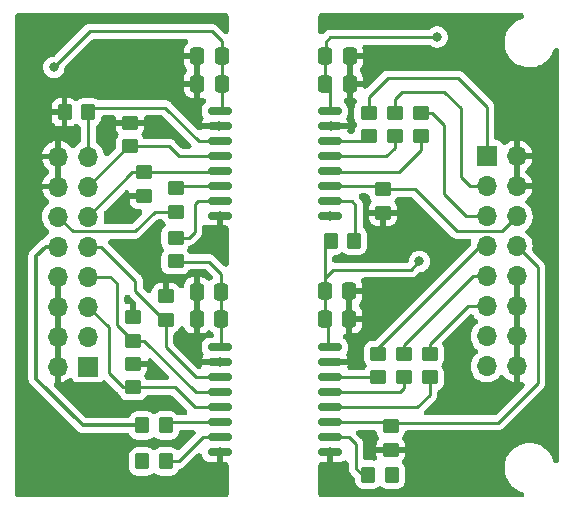
<source format=gtl>
G04 #@! TF.GenerationSoftware,KiCad,Pcbnew,(6.0.6)*
G04 #@! TF.CreationDate,2024-05-02T18:03:26+02:00*
G04 #@! TF.ProjectId,digital-isolator-2t6r,64696769-7461-46c2-9d69-736f6c61746f,rev?*
G04 #@! TF.SameCoordinates,Original*
G04 #@! TF.FileFunction,Copper,L1,Top*
G04 #@! TF.FilePolarity,Positive*
%FSLAX46Y46*%
G04 Gerber Fmt 4.6, Leading zero omitted, Abs format (unit mm)*
G04 Created by KiCad (PCBNEW (6.0.6)) date 2024-05-02 18:03:26*
%MOMM*%
%LPD*%
G01*
G04 APERTURE LIST*
G04 Aperture macros list*
%AMRoundRect*
0 Rectangle with rounded corners*
0 $1 Rounding radius*
0 $2 $3 $4 $5 $6 $7 $8 $9 X,Y pos of 4 corners*
0 Add a 4 corners polygon primitive as box body*
4,1,4,$2,$3,$4,$5,$6,$7,$8,$9,$2,$3,0*
0 Add four circle primitives for the rounded corners*
1,1,$1+$1,$2,$3*
1,1,$1+$1,$4,$5*
1,1,$1+$1,$6,$7*
1,1,$1+$1,$8,$9*
0 Add four rect primitives between the rounded corners*
20,1,$1+$1,$2,$3,$4,$5,0*
20,1,$1+$1,$4,$5,$6,$7,0*
20,1,$1+$1,$6,$7,$8,$9,0*
20,1,$1+$1,$8,$9,$2,$3,0*%
G04 Aperture macros list end*
G04 #@! TA.AperFunction,SMDPad,CuDef*
%ADD10RoundRect,0.250000X0.450000X-0.350000X0.450000X0.350000X-0.450000X0.350000X-0.450000X-0.350000X0*%
G04 #@! TD*
G04 #@! TA.AperFunction,SMDPad,CuDef*
%ADD11RoundRect,0.250000X-0.450000X0.350000X-0.450000X-0.350000X0.450000X-0.350000X0.450000X0.350000X0*%
G04 #@! TD*
G04 #@! TA.AperFunction,SMDPad,CuDef*
%ADD12RoundRect,0.250000X-0.337500X-0.475000X0.337500X-0.475000X0.337500X0.475000X-0.337500X0.475000X0*%
G04 #@! TD*
G04 #@! TA.AperFunction,ComponentPad*
%ADD13R,1.700000X1.700000*%
G04 #@! TD*
G04 #@! TA.AperFunction,ComponentPad*
%ADD14O,1.700000X1.700000*%
G04 #@! TD*
G04 #@! TA.AperFunction,SMDPad,CuDef*
%ADD15RoundRect,0.150000X-0.875000X-0.150000X0.875000X-0.150000X0.875000X0.150000X-0.875000X0.150000X0*%
G04 #@! TD*
G04 #@! TA.AperFunction,SMDPad,CuDef*
%ADD16RoundRect,0.250000X0.337500X0.475000X-0.337500X0.475000X-0.337500X-0.475000X0.337500X-0.475000X0*%
G04 #@! TD*
G04 #@! TA.AperFunction,SMDPad,CuDef*
%ADD17RoundRect,0.250000X0.350000X0.450000X-0.350000X0.450000X-0.350000X-0.450000X0.350000X-0.450000X0*%
G04 #@! TD*
G04 #@! TA.AperFunction,SMDPad,CuDef*
%ADD18RoundRect,0.250000X-0.350000X-0.450000X0.350000X-0.450000X0.350000X0.450000X-0.350000X0.450000X0*%
G04 #@! TD*
G04 #@! TA.AperFunction,ViaPad*
%ADD19C,0.800000*%
G04 #@! TD*
G04 #@! TA.AperFunction,Conductor*
%ADD20C,0.254000*%
G04 #@! TD*
G04 #@! TA.AperFunction,Conductor*
%ADD21C,0.300000*%
G04 #@! TD*
G04 APERTURE END LIST*
D10*
X125800000Y-54200000D03*
X125800000Y-52200000D03*
D11*
X124020000Y-38260000D03*
X124020000Y-40260000D03*
X106476800Y-40150800D03*
X106476800Y-38150800D03*
X103759000Y-36846000D03*
X103759000Y-38846000D03*
D10*
X122800000Y-33800000D03*
X122800000Y-31800000D03*
D12*
X119135000Y-27020000D03*
X121210000Y-27020000D03*
D13*
X99050000Y-53275000D03*
D14*
X96510000Y-53275000D03*
X99050000Y-50735000D03*
X96510000Y-50735000D03*
X99050000Y-48195000D03*
X96510000Y-48195000D03*
X99050000Y-45655000D03*
X96510000Y-45655000D03*
X99050000Y-43115000D03*
X96510000Y-43115000D03*
X99050000Y-40575000D03*
X96510000Y-40575000D03*
X99050000Y-38035000D03*
X96510000Y-38035000D03*
X99050000Y-35495000D03*
X96510000Y-35495000D03*
D15*
X110210000Y-51645000D03*
X110210000Y-52915000D03*
X110210000Y-54185000D03*
X110210000Y-55455000D03*
X110210000Y-56725000D03*
X110210000Y-57995000D03*
X110210000Y-59265000D03*
X110210000Y-60535000D03*
X119510000Y-60535000D03*
X119510000Y-59265000D03*
X119510000Y-57995000D03*
X119510000Y-56725000D03*
X119510000Y-55455000D03*
X119510000Y-54185000D03*
X119510000Y-52915000D03*
X119510000Y-51645000D03*
D16*
X110325000Y-46950000D03*
X108250000Y-46950000D03*
X110347500Y-27020000D03*
X108272500Y-27020000D03*
D11*
X124660000Y-58330000D03*
X124660000Y-60330000D03*
D10*
X102819200Y-51088800D03*
X102819200Y-49088800D03*
X125000000Y-33800000D03*
X125000000Y-31800000D03*
D15*
X110210000Y-31645000D03*
X110210000Y-32915000D03*
X110210000Y-34185000D03*
X110210000Y-35455000D03*
X110210000Y-36725000D03*
X110210000Y-37995000D03*
X110210000Y-39265000D03*
X110210000Y-40535000D03*
X119510000Y-40535000D03*
X119510000Y-39265000D03*
X119510000Y-37995000D03*
X119510000Y-36725000D03*
X119510000Y-35455000D03*
X119510000Y-34185000D03*
X119510000Y-32915000D03*
X119510000Y-31645000D03*
D10*
X127200000Y-33800000D03*
X127200000Y-31800000D03*
X105638600Y-49326800D03*
X105638600Y-47326800D03*
D16*
X110347500Y-29320000D03*
X108272500Y-29320000D03*
D13*
X132800000Y-35475000D03*
D14*
X135340000Y-35475000D03*
X132800000Y-38015000D03*
X135340000Y-38015000D03*
X132800000Y-40555000D03*
X135340000Y-40555000D03*
X132800000Y-43095000D03*
X135340000Y-43095000D03*
X132800000Y-45635000D03*
X135340000Y-45635000D03*
X132800000Y-48175000D03*
X135340000Y-48175000D03*
X132800000Y-50715000D03*
X135340000Y-50715000D03*
X132800000Y-53255000D03*
X135340000Y-53255000D03*
D10*
X123600000Y-54200000D03*
X123600000Y-52200000D03*
D12*
X119122500Y-29320000D03*
X121197500Y-29320000D03*
X119087500Y-46900000D03*
X121162500Y-46900000D03*
D17*
X99053400Y-31750000D03*
X97053400Y-31750000D03*
D10*
X128000000Y-54200000D03*
X128000000Y-52200000D03*
D16*
X110337500Y-49250000D03*
X108262500Y-49250000D03*
D17*
X105622600Y-58267600D03*
X103622600Y-58267600D03*
D12*
X119100000Y-49250000D03*
X121175000Y-49250000D03*
D18*
X121573800Y-42621200D03*
X119573800Y-42621200D03*
D10*
X102844600Y-53041800D03*
X102844600Y-55041800D03*
D11*
X106451400Y-44383200D03*
X106451400Y-42383200D03*
D17*
X105638600Y-61315600D03*
X103638600Y-61315600D03*
X124774200Y-62433200D03*
X122774200Y-62433200D03*
D10*
X102590600Y-32629600D03*
X102590600Y-34629600D03*
D19*
X103759000Y-38836600D03*
X102590600Y-32639000D03*
X124841000Y-62407800D03*
X124663200Y-60325000D03*
X119507000Y-60502800D03*
X121208800Y-49250600D03*
X124002800Y-40233600D03*
X119507000Y-40513000D03*
X121234200Y-29337000D03*
X119583200Y-32893000D03*
X105638600Y-47320200D03*
X102870000Y-53009800D03*
X102870000Y-49022000D03*
X110210600Y-60502800D03*
X103638600Y-61315600D03*
X106476800Y-44399200D03*
X110185200Y-52908200D03*
X110109000Y-32893000D03*
X108305600Y-29337000D03*
X110185200Y-40538400D03*
X96150000Y-27950000D03*
X108250000Y-49250000D03*
X127101600Y-44373800D03*
X128600000Y-25380000D03*
D20*
X122263200Y-62433200D02*
X121730000Y-61900000D01*
X122774200Y-62433200D02*
X122263200Y-62433200D01*
X137100000Y-44855000D02*
X135340000Y-43095000D01*
X137100000Y-54700000D02*
X137100000Y-44855000D01*
X124951000Y-58039000D02*
X133761000Y-58039000D01*
X133761000Y-58039000D02*
X137100000Y-54700000D01*
X124660000Y-58330000D02*
X124951000Y-58039000D01*
X126365400Y-45110000D02*
X119790000Y-45110000D01*
X127101600Y-44373800D02*
X126365400Y-45110000D01*
X119790000Y-45110000D02*
X119087500Y-45812500D01*
X119087500Y-43107500D02*
X119573800Y-42621200D01*
X119087500Y-45812500D02*
X119087500Y-43107500D01*
X105511600Y-49326800D02*
X105638600Y-49326800D01*
X103047800Y-46863000D02*
X105511600Y-49326800D01*
X100163400Y-43115000D02*
X103047800Y-45999400D01*
X103047800Y-45999400D02*
X103047800Y-46863000D01*
X99050000Y-43115000D02*
X100163400Y-43115000D01*
X119087500Y-45812500D02*
X119087500Y-46900000D01*
X121666000Y-42529000D02*
X121573800Y-42621200D01*
X121666000Y-39573200D02*
X121666000Y-42529000D01*
X121357800Y-39265000D02*
X121666000Y-39573200D01*
X119510000Y-39265000D02*
X121357800Y-39265000D01*
X100787200Y-53797200D02*
X102031800Y-55041800D01*
X100787200Y-49932200D02*
X100787200Y-53797200D01*
X99050000Y-48195000D02*
X100787200Y-49932200D01*
X102031800Y-55041800D02*
X102844600Y-55041800D01*
X101498400Y-46228000D02*
X101498400Y-49768000D01*
X100925400Y-45655000D02*
X101498400Y-46228000D01*
X99050000Y-45655000D02*
X100925400Y-45655000D01*
X101498400Y-49768000D02*
X102819200Y-51088800D01*
X106375200Y-55041800D02*
X102844600Y-55041800D01*
X108058400Y-56725000D02*
X106375200Y-55041800D01*
X110210000Y-56725000D02*
X108058400Y-56725000D01*
X103793800Y-51088800D02*
X102819200Y-51088800D01*
X110210000Y-55455000D02*
X108160000Y-55455000D01*
X108160000Y-55455000D02*
X103793800Y-51088800D01*
X105638600Y-51638200D02*
X108185400Y-54185000D01*
X108185400Y-54185000D02*
X110210000Y-54185000D01*
X105638600Y-49326800D02*
X105638600Y-51638200D01*
X106705400Y-61315600D02*
X108756000Y-59265000D01*
X108756000Y-59265000D02*
X110210000Y-59265000D01*
X105638600Y-61315600D02*
X106705400Y-61315600D01*
X108077000Y-39547800D02*
X108359800Y-39265000D01*
X108077000Y-41884600D02*
X108077000Y-39547800D01*
X108359800Y-39265000D02*
X110210000Y-39265000D01*
X107578400Y-42383200D02*
X108077000Y-41884600D01*
X106451400Y-42383200D02*
X107578400Y-42383200D01*
X110325000Y-45425000D02*
X110325000Y-46950000D01*
X109300000Y-44400000D02*
X110325000Y-45425000D01*
X106476800Y-44399200D02*
X106477600Y-44400000D01*
X106477600Y-44400000D02*
X109300000Y-44400000D01*
D21*
X98602800Y-58267600D02*
X103622600Y-58267600D01*
X94650000Y-54314800D02*
X98602800Y-58267600D01*
X94650000Y-43950000D02*
X94650000Y-54314800D01*
X95485000Y-43115000D02*
X94650000Y-43950000D01*
X96510000Y-43115000D02*
X95485000Y-43115000D01*
D20*
X105895200Y-57995000D02*
X105622600Y-58267600D01*
X110210000Y-57995000D02*
X105895200Y-57995000D01*
X105902000Y-34629600D02*
X106727400Y-35455000D01*
X106727400Y-35455000D02*
X110210000Y-35455000D01*
X102590600Y-34629600D02*
X105902000Y-34629600D01*
X108403800Y-34185000D02*
X110210000Y-34185000D01*
X105587800Y-31369000D02*
X108403800Y-34185000D01*
X99434400Y-31369000D02*
X105587800Y-31369000D01*
X99053400Y-31750000D02*
X99434400Y-31369000D01*
X102997000Y-41833800D02*
X97768800Y-41833800D01*
X104680000Y-40150800D02*
X102997000Y-41833800D01*
X106476800Y-40150800D02*
X104680000Y-40150800D01*
X97768800Y-41833800D02*
X96510000Y-40575000D01*
X106632600Y-37995000D02*
X106476800Y-38150800D01*
X110210000Y-37995000D02*
X106632600Y-37995000D01*
X110089000Y-36846000D02*
X110210000Y-36725000D01*
X103759000Y-36846000D02*
X110089000Y-36846000D01*
X102779000Y-36846000D02*
X103759000Y-36846000D01*
X99050000Y-40575000D02*
X102779000Y-36846000D01*
X99050000Y-38035000D02*
X102455400Y-34629600D01*
X102455400Y-34629600D02*
X102590600Y-34629600D01*
X99050000Y-35495000D02*
X99050000Y-31753400D01*
X99050000Y-31753400D02*
X99053400Y-31750000D01*
X132800000Y-35475000D02*
X132800000Y-31300000D01*
X122800000Y-30450000D02*
X122800000Y-31800000D01*
X124400000Y-28850000D02*
X122800000Y-30450000D01*
X132800000Y-31300000D02*
X130350000Y-28850000D01*
X130350000Y-28850000D02*
X124400000Y-28850000D01*
X130600000Y-31400000D02*
X129200000Y-30000000D01*
X129200000Y-30000000D02*
X125600000Y-30000000D01*
X132800000Y-38015000D02*
X131415000Y-38015000D01*
X130600000Y-37200000D02*
X130600000Y-31400000D01*
X125000000Y-30600000D02*
X125000000Y-31800000D01*
X131415000Y-38015000D02*
X130600000Y-37200000D01*
X125600000Y-30000000D02*
X125000000Y-30600000D01*
X131055000Y-40555000D02*
X129200000Y-38700000D01*
X132800000Y-40555000D02*
X131055000Y-40555000D01*
X128200000Y-31800000D02*
X127200000Y-31800000D01*
X129200000Y-38700000D02*
X129200000Y-32800000D01*
X129200000Y-32800000D02*
X128200000Y-31800000D01*
X126720000Y-38270000D02*
X130270000Y-41820000D01*
X134075000Y-41820000D02*
X135340000Y-40555000D01*
X130270000Y-41820000D02*
X134075000Y-41820000D01*
X119510000Y-37995000D02*
X123755000Y-37995000D01*
X124020000Y-38260000D02*
X124030000Y-38270000D01*
X124030000Y-38270000D02*
X126720000Y-38270000D01*
X123755000Y-37995000D02*
X124020000Y-38260000D01*
X132800000Y-43095000D02*
X132245000Y-43095000D01*
X123600000Y-51740000D02*
X123600000Y-52200000D01*
X132245000Y-43095000D02*
X123600000Y-51740000D01*
X124325000Y-57995000D02*
X124660000Y-58330000D01*
X119510000Y-57995000D02*
X124325000Y-57995000D01*
X131625000Y-45635000D02*
X132800000Y-45635000D01*
X125800000Y-52200000D02*
X125800000Y-51460000D01*
X125800000Y-51460000D02*
X131625000Y-45635000D01*
X128000000Y-52200000D02*
X128000000Y-51350000D01*
X131175000Y-48175000D02*
X132800000Y-48175000D01*
X128000000Y-51350000D02*
X131175000Y-48175000D01*
X119510000Y-34185000D02*
X122415000Y-34185000D01*
X122415000Y-34185000D02*
X122800000Y-33800000D01*
X125000000Y-34750000D02*
X125000000Y-33800000D01*
X124295000Y-35455000D02*
X125000000Y-34750000D01*
X119510000Y-35455000D02*
X124295000Y-35455000D01*
X125330000Y-36800000D02*
X127200000Y-34930000D01*
X119510000Y-36725000D02*
X119585000Y-36800000D01*
X119585000Y-36800000D02*
X125330000Y-36800000D01*
X127200000Y-34930000D02*
X127200000Y-33800000D01*
X119510000Y-54185000D02*
X123585000Y-54185000D01*
X123585000Y-54185000D02*
X123600000Y-54200000D01*
X119510000Y-55455000D02*
X125445000Y-55455000D01*
X125445000Y-55455000D02*
X125800000Y-55100000D01*
X125800000Y-55100000D02*
X125800000Y-54200000D01*
X128000000Y-55650000D02*
X128000000Y-54200000D01*
X119510000Y-56725000D02*
X126925000Y-56725000D01*
X126925000Y-56725000D02*
X128000000Y-55650000D01*
X121145000Y-59265000D02*
X121730000Y-59850000D01*
X119510000Y-59265000D02*
X121145000Y-59265000D01*
X121730000Y-59850000D02*
X121730000Y-61900000D01*
X110347500Y-25747500D02*
X110347500Y-27020000D01*
X110347500Y-27020000D02*
X110347500Y-29320000D01*
X110325000Y-46950000D02*
X110325000Y-49237500D01*
X110325000Y-49237500D02*
X110337500Y-49250000D01*
X110337500Y-51517500D02*
X110210000Y-51645000D01*
X99200000Y-24900000D02*
X109500000Y-24900000D01*
X110347500Y-29320000D02*
X110347500Y-31507500D01*
X110347500Y-31507500D02*
X110210000Y-31645000D01*
X109500000Y-24900000D02*
X110347500Y-25747500D01*
X110337500Y-49250000D02*
X110337500Y-51517500D01*
X96150000Y-27950000D02*
X99200000Y-24900000D01*
X119150000Y-27005000D02*
X119135000Y-27020000D01*
X119350000Y-49500000D02*
X119100000Y-49250000D01*
X119122500Y-29320000D02*
X119122500Y-27032500D01*
X119350000Y-51485000D02*
X119350000Y-49500000D01*
X128600000Y-25380000D02*
X128580000Y-25400000D01*
X128580000Y-25400000D02*
X119550000Y-25400000D01*
X119100000Y-49250000D02*
X119100000Y-46912500D01*
X119510000Y-31645000D02*
X119510000Y-29707500D01*
X119122500Y-27032500D02*
X119135000Y-27020000D01*
X119150000Y-25800000D02*
X119150000Y-27005000D01*
X119510000Y-51645000D02*
X119350000Y-51485000D01*
X119100000Y-46912500D02*
X119087500Y-46900000D01*
X119550000Y-25400000D02*
X119150000Y-25800000D01*
X119510000Y-29707500D02*
X119122500Y-29320000D01*
G04 #@! TA.AperFunction,Conductor*
G36*
X110796288Y-23369454D02*
G01*
X110877070Y-23423430D01*
X110931046Y-23504212D01*
X110950000Y-23599500D01*
X110950000Y-24861441D01*
X110931046Y-24956729D01*
X110877070Y-25037511D01*
X110796288Y-25091487D01*
X110701000Y-25110441D01*
X110605712Y-25091487D01*
X110524930Y-25037511D01*
X109995655Y-24508236D01*
X109992080Y-24504307D01*
X109987340Y-24496838D01*
X109975926Y-24486120D01*
X109975924Y-24486117D01*
X109939598Y-24452005D01*
X109933981Y-24446562D01*
X109915796Y-24428377D01*
X109909621Y-24423587D01*
X109907907Y-24422076D01*
X109902122Y-24416812D01*
X109883186Y-24399030D01*
X109883185Y-24399029D01*
X109871767Y-24388307D01*
X109858041Y-24380761D01*
X109850807Y-24375505D01*
X109842054Y-24369756D01*
X109834344Y-24365196D01*
X109821962Y-24355592D01*
X109787144Y-24340525D01*
X109766084Y-24330207D01*
X109746562Y-24319475D01*
X109732834Y-24311928D01*
X109717661Y-24308032D01*
X109709310Y-24304726D01*
X109699447Y-24301349D01*
X109690831Y-24298846D01*
X109676458Y-24292626D01*
X109638993Y-24286693D01*
X109616014Y-24281934D01*
X109594450Y-24276397D01*
X109594449Y-24276397D01*
X109579272Y-24272500D01*
X109563599Y-24272500D01*
X109554717Y-24271378D01*
X109544300Y-24270558D01*
X109535344Y-24270276D01*
X109519867Y-24267825D01*
X109504274Y-24269299D01*
X109504271Y-24269299D01*
X109482102Y-24271395D01*
X109458668Y-24272500D01*
X99273460Y-24272500D01*
X99268156Y-24272250D01*
X99259523Y-24270320D01*
X99243862Y-24270812D01*
X99243860Y-24270812D01*
X99194068Y-24272377D01*
X99186247Y-24272500D01*
X99160524Y-24272500D01*
X99152769Y-24273480D01*
X99150497Y-24273623D01*
X99142680Y-24273992D01*
X99116717Y-24274808D01*
X99101057Y-24275300D01*
X99086012Y-24279671D01*
X99077177Y-24281070D01*
X99066918Y-24283194D01*
X99058246Y-24285421D01*
X99042707Y-24287384D01*
X99007436Y-24301348D01*
X98985254Y-24308943D01*
X98948809Y-24319532D01*
X98935328Y-24327505D01*
X98927114Y-24331059D01*
X98917712Y-24335665D01*
X98909863Y-24339980D01*
X98895297Y-24345747D01*
X98864603Y-24368048D01*
X98844999Y-24380925D01*
X98812344Y-24400237D01*
X98801267Y-24411314D01*
X98794194Y-24416800D01*
X98786235Y-24423598D01*
X98779705Y-24429730D01*
X98767033Y-24438937D01*
X98757047Y-24451007D01*
X98757048Y-24451007D01*
X98742861Y-24468156D01*
X98727073Y-24485508D01*
X96236011Y-26976570D01*
X96155229Y-27030546D01*
X96081081Y-27045295D01*
X96081380Y-27048136D01*
X96068403Y-27049500D01*
X96055354Y-27049500D01*
X95870197Y-27088856D01*
X95776007Y-27130793D01*
X95709193Y-27160540D01*
X95709189Y-27160542D01*
X95697270Y-27165849D01*
X95686716Y-27173517D01*
X95686714Y-27173518D01*
X95554681Y-27269445D01*
X95554678Y-27269448D01*
X95544129Y-27277112D01*
X95535403Y-27286803D01*
X95535401Y-27286805D01*
X95426201Y-27408083D01*
X95426197Y-27408088D01*
X95417467Y-27417784D01*
X95322821Y-27581716D01*
X95264326Y-27761744D01*
X95244540Y-27950000D01*
X95264326Y-28138256D01*
X95268357Y-28150664D01*
X95268358Y-28150666D01*
X95274617Y-28169929D01*
X95322821Y-28318284D01*
X95417467Y-28482216D01*
X95426197Y-28491912D01*
X95426201Y-28491917D01*
X95469141Y-28539606D01*
X95544129Y-28622888D01*
X95554678Y-28630552D01*
X95554681Y-28630555D01*
X95657700Y-28705402D01*
X95697270Y-28734151D01*
X95709189Y-28739458D01*
X95709193Y-28739460D01*
X95776007Y-28769207D01*
X95870197Y-28811144D01*
X96055354Y-28850500D01*
X96244646Y-28850500D01*
X96429803Y-28811144D01*
X96523993Y-28769207D01*
X96590807Y-28739460D01*
X96590811Y-28739458D01*
X96602730Y-28734151D01*
X96642300Y-28705402D01*
X96745319Y-28630555D01*
X96745322Y-28630552D01*
X96755871Y-28622888D01*
X96830859Y-28539606D01*
X96873799Y-28491917D01*
X96873803Y-28491912D01*
X96882533Y-28482216D01*
X96977179Y-28318284D01*
X97025383Y-28169929D01*
X97031642Y-28150666D01*
X97031643Y-28150664D01*
X97035674Y-28138256D01*
X97048362Y-28017534D01*
X97077172Y-27924749D01*
X97119928Y-27867491D01*
X99386989Y-25600430D01*
X99467771Y-25546454D01*
X99563059Y-25527500D01*
X107290769Y-25527500D01*
X107386057Y-25546454D01*
X107466839Y-25600430D01*
X107520815Y-25681212D01*
X107539769Y-25776500D01*
X107520815Y-25871788D01*
X107466839Y-25952570D01*
X107464899Y-25954298D01*
X107352634Y-26066761D01*
X107334819Y-26089317D01*
X107258230Y-26213567D01*
X107246088Y-26239606D01*
X107199865Y-26378966D01*
X107194197Y-26405402D01*
X107185647Y-26488846D01*
X107185000Y-26501515D01*
X107185000Y-26745473D01*
X107189069Y-26765931D01*
X107209527Y-26770000D01*
X108273500Y-26770000D01*
X108368788Y-26788954D01*
X108449570Y-26842930D01*
X108503546Y-26923712D01*
X108522500Y-27019000D01*
X108522500Y-30520472D01*
X108526569Y-30540930D01*
X108547027Y-30544999D01*
X108653391Y-30544999D01*
X108666242Y-30544334D01*
X108754589Y-30535169D01*
X108851324Y-30544189D01*
X108937244Y-30589542D01*
X108999268Y-30664322D01*
X109027954Y-30757146D01*
X109018934Y-30853881D01*
X108973581Y-30939801D01*
X108939438Y-30973192D01*
X108933135Y-30976919D01*
X108816919Y-31093135D01*
X108808946Y-31106617D01*
X108808945Y-31106618D01*
X108741229Y-31221120D01*
X108733256Y-31234602D01*
X108687402Y-31392431D01*
X108684500Y-31429306D01*
X108684500Y-31860694D01*
X108687402Y-31897569D01*
X108733256Y-32055398D01*
X108741228Y-32068879D01*
X108741229Y-32068880D01*
X108791415Y-32153740D01*
X108823606Y-32245407D01*
X108818267Y-32342415D01*
X108791415Y-32407243D01*
X108741690Y-32491324D01*
X108729348Y-32519844D01*
X108691451Y-32650286D01*
X108691044Y-32652515D01*
X108692080Y-32661263D01*
X108705331Y-32665000D01*
X110211000Y-32665000D01*
X110306288Y-32683954D01*
X110387070Y-32737930D01*
X110441046Y-32818712D01*
X110460000Y-32914000D01*
X110460000Y-32916000D01*
X110441046Y-33011288D01*
X110387070Y-33092070D01*
X110306288Y-33146046D01*
X110211000Y-33165000D01*
X108712231Y-33165000D01*
X108689570Y-33169508D01*
X108688541Y-33170195D01*
X108624198Y-33234538D01*
X108534438Y-33271718D01*
X108437283Y-33271718D01*
X108347524Y-33234538D01*
X108309791Y-33203572D01*
X106083455Y-30977236D01*
X106079880Y-30973307D01*
X106075140Y-30965838D01*
X106063726Y-30955120D01*
X106063724Y-30955117D01*
X106027398Y-30921005D01*
X106021781Y-30915562D01*
X106003596Y-30897377D01*
X105997421Y-30892587D01*
X105995707Y-30891076D01*
X105989922Y-30885812D01*
X105970986Y-30868030D01*
X105970985Y-30868029D01*
X105959567Y-30857307D01*
X105945841Y-30849761D01*
X105938607Y-30844505D01*
X105929854Y-30838756D01*
X105922144Y-30834196D01*
X105909762Y-30824592D01*
X105874944Y-30809525D01*
X105853884Y-30799207D01*
X105834362Y-30788475D01*
X105820634Y-30780928D01*
X105805461Y-30777032D01*
X105797110Y-30773726D01*
X105787247Y-30770349D01*
X105778631Y-30767846D01*
X105764258Y-30761626D01*
X105726793Y-30755693D01*
X105703814Y-30750934D01*
X105682250Y-30745397D01*
X105682249Y-30745397D01*
X105667072Y-30741500D01*
X105651399Y-30741500D01*
X105642517Y-30740378D01*
X105632100Y-30739558D01*
X105623144Y-30739276D01*
X105607667Y-30736825D01*
X105592074Y-30738299D01*
X105592071Y-30738299D01*
X105569902Y-30740395D01*
X105546468Y-30741500D01*
X99998231Y-30741500D01*
X99902943Y-30722546D01*
X99867574Y-30704466D01*
X99735054Y-30622780D01*
X99735053Y-30622780D01*
X99722734Y-30615186D01*
X99641331Y-30588185D01*
X99569536Y-30564371D01*
X99569532Y-30564370D01*
X99556628Y-30560090D01*
X99539766Y-30558362D01*
X99459585Y-30550147D01*
X99459577Y-30550147D01*
X99453266Y-30549500D01*
X98653534Y-30549500D01*
X98647138Y-30550164D01*
X98647131Y-30550164D01*
X98562429Y-30558953D01*
X98562427Y-30558953D01*
X98548881Y-30560359D01*
X98535968Y-30564667D01*
X98535964Y-30564668D01*
X98461408Y-30589542D01*
X98382871Y-30615744D01*
X98370574Y-30623354D01*
X98370571Y-30623355D01*
X98304370Y-30664322D01*
X98234055Y-30707834D01*
X98223837Y-30718070D01*
X98212498Y-30727057D01*
X98210856Y-30724986D01*
X98148448Y-30766769D01*
X98053177Y-30785811D01*
X97957872Y-30766945D01*
X97894500Y-30724684D01*
X97892989Y-30726597D01*
X97859083Y-30699819D01*
X97734833Y-30623230D01*
X97708794Y-30611088D01*
X97569434Y-30564865D01*
X97542998Y-30559197D01*
X97459554Y-30550647D01*
X97446885Y-30550000D01*
X97327927Y-30550000D01*
X97307469Y-30554069D01*
X97303400Y-30574527D01*
X97303400Y-32925472D01*
X97307469Y-32945930D01*
X97327927Y-32949999D01*
X97446791Y-32949999D01*
X97459640Y-32949334D01*
X97544268Y-32940555D01*
X97570739Y-32934837D01*
X97709994Y-32888378D01*
X97736015Y-32876189D01*
X97860134Y-32799382D01*
X97893989Y-32772549D01*
X97895698Y-32774705D01*
X97957652Y-32733229D01*
X98052923Y-32714190D01*
X98148228Y-32733059D01*
X98212055Y-32775623D01*
X98213497Y-32773797D01*
X98224851Y-32782764D01*
X98235089Y-32792984D01*
X98247403Y-32800574D01*
X98247405Y-32800576D01*
X98304157Y-32835558D01*
X98375328Y-32901693D01*
X98415771Y-32990030D01*
X98422500Y-33047524D01*
X98422500Y-34156103D01*
X98403546Y-34251391D01*
X98349570Y-34332173D01*
X98316320Y-34360072D01*
X98178599Y-34456505D01*
X98011505Y-34623599D01*
X98005269Y-34632505D01*
X97983662Y-34663363D01*
X97913480Y-34730546D01*
X97822931Y-34765758D01*
X97725799Y-34763638D01*
X97636872Y-34724509D01*
X97575724Y-34663360D01*
X97554345Y-34632827D01*
X97540424Y-34616236D01*
X97388761Y-34464573D01*
X97372177Y-34450657D01*
X97196478Y-34327631D01*
X97177732Y-34316808D01*
X96983343Y-34226163D01*
X96962986Y-34218754D01*
X96783691Y-34170712D01*
X96762877Y-34169348D01*
X96760989Y-34173175D01*
X96760000Y-34180689D01*
X96760000Y-38036000D01*
X96741046Y-38131288D01*
X96687070Y-38212070D01*
X96606288Y-38266046D01*
X96511000Y-38285000D01*
X95203891Y-38285000D01*
X95183433Y-38289069D01*
X95182600Y-38293257D01*
X95183590Y-38300771D01*
X95233754Y-38487985D01*
X95241166Y-38508348D01*
X95331805Y-38702725D01*
X95342635Y-38721482D01*
X95465653Y-38897170D01*
X95479576Y-38913764D01*
X95631239Y-39065427D01*
X95647826Y-39079345D01*
X95678362Y-39100727D01*
X95745546Y-39170909D01*
X95780758Y-39261459D01*
X95778637Y-39358591D01*
X95739508Y-39447517D01*
X95678363Y-39508662D01*
X95638599Y-39536505D01*
X95471505Y-39703599D01*
X95335965Y-39897171D01*
X95331369Y-39907027D01*
X95241518Y-40099712D01*
X95236097Y-40111337D01*
X95174937Y-40339592D01*
X95173989Y-40350425D01*
X95173989Y-40350426D01*
X95172183Y-40371070D01*
X95154341Y-40575000D01*
X95174937Y-40810408D01*
X95236097Y-41038663D01*
X95240691Y-41048516D01*
X95240693Y-41048520D01*
X95314268Y-41206300D01*
X95335965Y-41252829D01*
X95471505Y-41446401D01*
X95638599Y-41613495D01*
X95647501Y-41619728D01*
X95647503Y-41619730D01*
X95677923Y-41641030D01*
X95745108Y-41711211D01*
X95780321Y-41801760D01*
X95778202Y-41898892D01*
X95739074Y-41987819D01*
X95677926Y-42048968D01*
X95638599Y-42076505D01*
X95471505Y-42243599D01*
X95375818Y-42380255D01*
X95346209Y-42422541D01*
X95276028Y-42489725D01*
X95241133Y-42508241D01*
X95239643Y-42508886D01*
X95224601Y-42513256D01*
X95211114Y-42521232D01*
X95204573Y-42524063D01*
X95189951Y-42531225D01*
X95183691Y-42534666D01*
X95169129Y-42540432D01*
X95156457Y-42549639D01*
X95156451Y-42549642D01*
X95136960Y-42563803D01*
X95117361Y-42576678D01*
X95083135Y-42596919D01*
X95072061Y-42607993D01*
X95066448Y-42612347D01*
X95054052Y-42622933D01*
X95048843Y-42627825D01*
X95036163Y-42637037D01*
X95026176Y-42649109D01*
X95026173Y-42649112D01*
X95010827Y-42667663D01*
X94995039Y-42685015D01*
X94244109Y-43435945D01*
X94239726Y-43439933D01*
X94232060Y-43444798D01*
X94221335Y-43456219D01*
X94185507Y-43494372D01*
X94180064Y-43499990D01*
X94161089Y-43518965D01*
X94156291Y-43525150D01*
X94154067Y-43527673D01*
X94148805Y-43533456D01*
X94119552Y-43564607D01*
X94112006Y-43578334D01*
X94107820Y-43584095D01*
X94098868Y-43597723D01*
X94095241Y-43603857D01*
X94085638Y-43616236D01*
X94079417Y-43630613D01*
X94069853Y-43652714D01*
X94059532Y-43673781D01*
X94047920Y-43694904D01*
X94040373Y-43708632D01*
X94036479Y-43723800D01*
X94033854Y-43730429D01*
X94028576Y-43745847D01*
X94026584Y-43752702D01*
X94020365Y-43767074D01*
X94017915Y-43782539D01*
X94017914Y-43782544D01*
X94014146Y-43806337D01*
X94009389Y-43829308D01*
X94004899Y-43846797D01*
X93999500Y-43867823D01*
X93999500Y-43883487D01*
X93998607Y-43890557D01*
X93997328Y-43906805D01*
X93997104Y-43913931D01*
X93994653Y-43929405D01*
X93996127Y-43944998D01*
X93996127Y-43945000D01*
X93998395Y-43968989D01*
X93999500Y-43992423D01*
X93999500Y-54238308D01*
X93999220Y-54244236D01*
X93997240Y-54253096D01*
X93997732Y-54268752D01*
X93999377Y-54321089D01*
X93999500Y-54328911D01*
X93999500Y-54355725D01*
X94000480Y-54363485D01*
X94000693Y-54366872D01*
X94001061Y-54374675D01*
X94002403Y-54417369D01*
X94006774Y-54432414D01*
X94007892Y-54439472D01*
X94011193Y-54455411D01*
X94012966Y-54462315D01*
X94014929Y-54477858D01*
X94020697Y-54492426D01*
X94029563Y-54514817D01*
X94037164Y-54537018D01*
X94041298Y-54551246D01*
X94048256Y-54575198D01*
X94056232Y-54588685D01*
X94059066Y-54595234D01*
X94066231Y-54609860D01*
X94069666Y-54616109D01*
X94075432Y-54630671D01*
X94084637Y-54643341D01*
X94084639Y-54643344D01*
X94098802Y-54662837D01*
X94111677Y-54682438D01*
X94131919Y-54716665D01*
X94142997Y-54727743D01*
X94147361Y-54733369D01*
X94157933Y-54745748D01*
X94162825Y-54750957D01*
X94172037Y-54763637D01*
X94184109Y-54773624D01*
X94184112Y-54773627D01*
X94202663Y-54788973D01*
X94220015Y-54804761D01*
X98088745Y-58673491D01*
X98092733Y-58677874D01*
X98097598Y-58685540D01*
X98109019Y-58696265D01*
X98147172Y-58732093D01*
X98152790Y-58737536D01*
X98171765Y-58756511D01*
X98177950Y-58761309D01*
X98180473Y-58763533D01*
X98186256Y-58768795D01*
X98217407Y-58798048D01*
X98231134Y-58805594D01*
X98236895Y-58809780D01*
X98250514Y-58818726D01*
X98256653Y-58822357D01*
X98269036Y-58831962D01*
X98305526Y-58847753D01*
X98326580Y-58858068D01*
X98347700Y-58869679D01*
X98347708Y-58869682D01*
X98361432Y-58877227D01*
X98376600Y-58881122D01*
X98383226Y-58883745D01*
X98398641Y-58889022D01*
X98405494Y-58891013D01*
X98419873Y-58897235D01*
X98435350Y-58899686D01*
X98435353Y-58899687D01*
X98459134Y-58903454D01*
X98482106Y-58908211D01*
X98505443Y-58914203D01*
X98505448Y-58914204D01*
X98520623Y-58918100D01*
X98536294Y-58918100D01*
X98543363Y-58918993D01*
X98559594Y-58920271D01*
X98566733Y-58920495D01*
X98582205Y-58922946D01*
X98597799Y-58921472D01*
X98597801Y-58921472D01*
X98621780Y-58919205D01*
X98645213Y-58918100D01*
X102375643Y-58918100D01*
X102470931Y-58937054D01*
X102551713Y-58991030D01*
X102585839Y-59039679D01*
X102588344Y-59038129D01*
X102680434Y-59186945D01*
X102804289Y-59310584D01*
X102816603Y-59318174D01*
X102816605Y-59318176D01*
X102940013Y-59394245D01*
X102953266Y-59402414D01*
X103034669Y-59429415D01*
X103106464Y-59453229D01*
X103106468Y-59453230D01*
X103119372Y-59457510D01*
X103132900Y-59458896D01*
X103216415Y-59467453D01*
X103216423Y-59467453D01*
X103222734Y-59468100D01*
X104022466Y-59468100D01*
X104028862Y-59467436D01*
X104028869Y-59467436D01*
X104113571Y-59458647D01*
X104113573Y-59458647D01*
X104127119Y-59457241D01*
X104140032Y-59452933D01*
X104140036Y-59452932D01*
X104279410Y-59406433D01*
X104293129Y-59401856D01*
X104305426Y-59394246D01*
X104305429Y-59394245D01*
X104389181Y-59342417D01*
X104441945Y-59309766D01*
X104452163Y-59299530D01*
X104463502Y-59290543D01*
X104465204Y-59292690D01*
X104527208Y-59251181D01*
X104622479Y-59232143D01*
X104717784Y-59251013D01*
X104781193Y-59293301D01*
X104782697Y-59291397D01*
X104794050Y-59300363D01*
X104804289Y-59310584D01*
X104816603Y-59318174D01*
X104816605Y-59318176D01*
X104940013Y-59394245D01*
X104953266Y-59402414D01*
X105034669Y-59429415D01*
X105106464Y-59453229D01*
X105106468Y-59453230D01*
X105119372Y-59457510D01*
X105132900Y-59458896D01*
X105216415Y-59467453D01*
X105216423Y-59467453D01*
X105222734Y-59468100D01*
X106022466Y-59468100D01*
X106028862Y-59467436D01*
X106028869Y-59467436D01*
X106113571Y-59458647D01*
X106113573Y-59458647D01*
X106127119Y-59457241D01*
X106140032Y-59452933D01*
X106140036Y-59452932D01*
X106279410Y-59406433D01*
X106293129Y-59401856D01*
X106305426Y-59394246D01*
X106305429Y-59394245D01*
X106389181Y-59342417D01*
X106441945Y-59309766D01*
X106565584Y-59185911D01*
X106622578Y-59093450D01*
X106649820Y-59049254D01*
X106649820Y-59049253D01*
X106657414Y-59036934D01*
X106684415Y-58955531D01*
X106708229Y-58883736D01*
X106708230Y-58883732D01*
X106712510Y-58870828D01*
X106715041Y-58846120D01*
X106743606Y-58753265D01*
X106805534Y-58678404D01*
X106891395Y-58632941D01*
X106962744Y-58622500D01*
X107909941Y-58622500D01*
X108005229Y-58641454D01*
X108086011Y-58695430D01*
X108139987Y-58776212D01*
X108158941Y-58871500D01*
X108139987Y-58966788D01*
X108086011Y-59047570D01*
X106835030Y-60298551D01*
X106754248Y-60352527D01*
X106658960Y-60371481D01*
X106563672Y-60352527D01*
X106483044Y-60298703D01*
X106456911Y-60272616D01*
X106444597Y-60265026D01*
X106444595Y-60265024D01*
X106320254Y-60188380D01*
X106320253Y-60188380D01*
X106307934Y-60180786D01*
X106226531Y-60153785D01*
X106154736Y-60129971D01*
X106154732Y-60129970D01*
X106141828Y-60125690D01*
X106124966Y-60123962D01*
X106044785Y-60115747D01*
X106044777Y-60115747D01*
X106038466Y-60115100D01*
X105238734Y-60115100D01*
X105232338Y-60115764D01*
X105232331Y-60115764D01*
X105147629Y-60124553D01*
X105147627Y-60124553D01*
X105134081Y-60125959D01*
X105121168Y-60130267D01*
X105121164Y-60130268D01*
X104983400Y-60176230D01*
X104968071Y-60181344D01*
X104955774Y-60188954D01*
X104955771Y-60188955D01*
X104872019Y-60240783D01*
X104819255Y-60273434D01*
X104809037Y-60283670D01*
X104797698Y-60292657D01*
X104795996Y-60290510D01*
X104733992Y-60332019D01*
X104638721Y-60351057D01*
X104543416Y-60332187D01*
X104480007Y-60289899D01*
X104478503Y-60291803D01*
X104467149Y-60282836D01*
X104456911Y-60272616D01*
X104444597Y-60265026D01*
X104444595Y-60265024D01*
X104320254Y-60188380D01*
X104320253Y-60188380D01*
X104307934Y-60180786D01*
X104226531Y-60153785D01*
X104154736Y-60129971D01*
X104154732Y-60129970D01*
X104141828Y-60125690D01*
X104124966Y-60123962D01*
X104044785Y-60115747D01*
X104044777Y-60115747D01*
X104038466Y-60115100D01*
X103238734Y-60115100D01*
X103232338Y-60115764D01*
X103232331Y-60115764D01*
X103147629Y-60124553D01*
X103147627Y-60124553D01*
X103134081Y-60125959D01*
X103121168Y-60130267D01*
X103121164Y-60130268D01*
X102983400Y-60176230D01*
X102968071Y-60181344D01*
X102955774Y-60188954D01*
X102955771Y-60188955D01*
X102872019Y-60240783D01*
X102819255Y-60273434D01*
X102695616Y-60397289D01*
X102688026Y-60409603D01*
X102688024Y-60409605D01*
X102636639Y-60492968D01*
X102603786Y-60546266D01*
X102548690Y-60712372D01*
X102547304Y-60725900D01*
X102539742Y-60799712D01*
X102538100Y-60815734D01*
X102538100Y-61815466D01*
X102548959Y-61920119D01*
X102553267Y-61933032D01*
X102553268Y-61933036D01*
X102597968Y-62067018D01*
X102604344Y-62086129D01*
X102611954Y-62098426D01*
X102611955Y-62098429D01*
X102663783Y-62182181D01*
X102696434Y-62234945D01*
X102820289Y-62358584D01*
X102832603Y-62366174D01*
X102832605Y-62366176D01*
X102956013Y-62442245D01*
X102969266Y-62450414D01*
X103050669Y-62477415D01*
X103122464Y-62501229D01*
X103122468Y-62501230D01*
X103135372Y-62505510D01*
X103148900Y-62506896D01*
X103232415Y-62515453D01*
X103232423Y-62515453D01*
X103238734Y-62516100D01*
X104038466Y-62516100D01*
X104044862Y-62515436D01*
X104044869Y-62515436D01*
X104129571Y-62506647D01*
X104129573Y-62506647D01*
X104143119Y-62505241D01*
X104156032Y-62500933D01*
X104156036Y-62500932D01*
X104295410Y-62454433D01*
X104309129Y-62449856D01*
X104321426Y-62442246D01*
X104321429Y-62442245D01*
X104405181Y-62390417D01*
X104457945Y-62357766D01*
X104468163Y-62347530D01*
X104479502Y-62338543D01*
X104481204Y-62340690D01*
X104543208Y-62299181D01*
X104638479Y-62280143D01*
X104733784Y-62299013D01*
X104797193Y-62341301D01*
X104798697Y-62339397D01*
X104810050Y-62348363D01*
X104820289Y-62358584D01*
X104832603Y-62366174D01*
X104832605Y-62366176D01*
X104956013Y-62442245D01*
X104969266Y-62450414D01*
X105050669Y-62477415D01*
X105122464Y-62501229D01*
X105122468Y-62501230D01*
X105135372Y-62505510D01*
X105148900Y-62506896D01*
X105232415Y-62515453D01*
X105232423Y-62515453D01*
X105238734Y-62516100D01*
X106038466Y-62516100D01*
X106044862Y-62515436D01*
X106044869Y-62515436D01*
X106129571Y-62506647D01*
X106129573Y-62506647D01*
X106143119Y-62505241D01*
X106156032Y-62500933D01*
X106156036Y-62500932D01*
X106295410Y-62454433D01*
X106309129Y-62449856D01*
X106321426Y-62442246D01*
X106321429Y-62442245D01*
X106405181Y-62390417D01*
X106457945Y-62357766D01*
X106581584Y-62233911D01*
X106589176Y-62221595D01*
X106665823Y-62097250D01*
X106665825Y-62097246D01*
X106673414Y-62084934D01*
X106677968Y-62071204D01*
X106679920Y-62067018D01*
X106737369Y-61988668D01*
X106820428Y-61938267D01*
X106843670Y-61931073D01*
X106847150Y-61930180D01*
X106862693Y-61928216D01*
X106897961Y-61914253D01*
X106920152Y-61906655D01*
X106941549Y-61900439D01*
X106941554Y-61900437D01*
X106956591Y-61896068D01*
X106970076Y-61888093D01*
X106978293Y-61884537D01*
X106987688Y-61879935D01*
X106995537Y-61875620D01*
X107010103Y-61869853D01*
X107040797Y-61847552D01*
X107060401Y-61834675D01*
X107079567Y-61823340D01*
X107093056Y-61815363D01*
X107104133Y-61804286D01*
X107111206Y-61798800D01*
X107119165Y-61792002D01*
X107125695Y-61785870D01*
X107138367Y-61776663D01*
X107162539Y-61747444D01*
X107178327Y-61730092D01*
X108265739Y-60642680D01*
X108346521Y-60588704D01*
X108441809Y-60569750D01*
X108537097Y-60588704D01*
X108617879Y-60642680D01*
X108671855Y-60723462D01*
X108686758Y-60774017D01*
X108691450Y-60799712D01*
X108729348Y-60930156D01*
X108741691Y-60958680D01*
X108809343Y-61073073D01*
X108828392Y-61097631D01*
X108922369Y-61191608D01*
X108946927Y-61210657D01*
X109061320Y-61278309D01*
X109089844Y-61290652D01*
X109220287Y-61328549D01*
X109245199Y-61333099D01*
X109264470Y-61334615D01*
X109274255Y-61335000D01*
X109935473Y-61335000D01*
X109955931Y-61330931D01*
X109960000Y-61310473D01*
X109960000Y-60534000D01*
X109978954Y-60438712D01*
X110032930Y-60357930D01*
X110113712Y-60303954D01*
X110209000Y-60285000D01*
X110211000Y-60285000D01*
X110306288Y-60303954D01*
X110387070Y-60357930D01*
X110441046Y-60438712D01*
X110460000Y-60534000D01*
X110460000Y-61310473D01*
X110464069Y-61330931D01*
X110484527Y-61335000D01*
X110701000Y-61335000D01*
X110796288Y-61353954D01*
X110877070Y-61407930D01*
X110931046Y-61488712D01*
X110950000Y-61584000D01*
X110950000Y-64100500D01*
X110931046Y-64195788D01*
X110877070Y-64276570D01*
X110796288Y-64330546D01*
X110701000Y-64349500D01*
X93124500Y-64349500D01*
X93029212Y-64330546D01*
X92948430Y-64276570D01*
X92894454Y-64195788D01*
X92875500Y-64100500D01*
X92875500Y-35753257D01*
X95182600Y-35753257D01*
X95183590Y-35760771D01*
X95233754Y-35947985D01*
X95241166Y-35968348D01*
X95331805Y-36162725D01*
X95342635Y-36181482D01*
X95465653Y-36357170D01*
X95479576Y-36373764D01*
X95631239Y-36525427D01*
X95647825Y-36539344D01*
X95678796Y-36561030D01*
X95745980Y-36631211D01*
X95781194Y-36721760D01*
X95779075Y-36818892D01*
X95739947Y-36907819D01*
X95678798Y-36968968D01*
X95647833Y-36990650D01*
X95631236Y-37004576D01*
X95479576Y-37156236D01*
X95465653Y-37172830D01*
X95342635Y-37348518D01*
X95331805Y-37367275D01*
X95241166Y-37561652D01*
X95233754Y-37582015D01*
X95185712Y-37761309D01*
X95184348Y-37782123D01*
X95188175Y-37784011D01*
X95195689Y-37785000D01*
X96235473Y-37785000D01*
X96255931Y-37780931D01*
X96260000Y-37760473D01*
X96260000Y-35769527D01*
X96255931Y-35749069D01*
X96235473Y-35745000D01*
X95203891Y-35745000D01*
X95183433Y-35749069D01*
X95182600Y-35753257D01*
X92875500Y-35753257D01*
X92875500Y-35242123D01*
X95184348Y-35242123D01*
X95188175Y-35244011D01*
X95195689Y-35245000D01*
X96235473Y-35245000D01*
X96255931Y-35240931D01*
X96260000Y-35220473D01*
X96260000Y-34188891D01*
X96255931Y-34168433D01*
X96251743Y-34167600D01*
X96244229Y-34168590D01*
X96057015Y-34218754D01*
X96036652Y-34226166D01*
X95842275Y-34316805D01*
X95823518Y-34327635D01*
X95647830Y-34450653D01*
X95631236Y-34464576D01*
X95479576Y-34616236D01*
X95465653Y-34632830D01*
X95342635Y-34808518D01*
X95331805Y-34827275D01*
X95241166Y-35021652D01*
X95233754Y-35042015D01*
X95185712Y-35221309D01*
X95184348Y-35242123D01*
X92875500Y-35242123D01*
X92875500Y-32243391D01*
X95953401Y-32243391D01*
X95954066Y-32256240D01*
X95962845Y-32340868D01*
X95968563Y-32367339D01*
X96015022Y-32506594D01*
X96027211Y-32532615D01*
X96104018Y-32656734D01*
X96121864Y-32679250D01*
X96225161Y-32782366D01*
X96247717Y-32800181D01*
X96371967Y-32876770D01*
X96398006Y-32888912D01*
X96537366Y-32935135D01*
X96563802Y-32940803D01*
X96647246Y-32949353D01*
X96659915Y-32950000D01*
X96778873Y-32950000D01*
X96799331Y-32945931D01*
X96803400Y-32925473D01*
X96803400Y-32024527D01*
X96799331Y-32004069D01*
X96778873Y-32000000D01*
X95977928Y-32000000D01*
X95957470Y-32004069D01*
X95953401Y-32024527D01*
X95953401Y-32243391D01*
X92875500Y-32243391D01*
X92875500Y-31475473D01*
X95953400Y-31475473D01*
X95957469Y-31495931D01*
X95977927Y-31500000D01*
X96778873Y-31500000D01*
X96799331Y-31495931D01*
X96803400Y-31475473D01*
X96803400Y-30574528D01*
X96799331Y-30554070D01*
X96778873Y-30550001D01*
X96660009Y-30550001D01*
X96647160Y-30550666D01*
X96562532Y-30559445D01*
X96536061Y-30565163D01*
X96396806Y-30611622D01*
X96370785Y-30623811D01*
X96246666Y-30700618D01*
X96224150Y-30718464D01*
X96121034Y-30821761D01*
X96103219Y-30844317D01*
X96026630Y-30968567D01*
X96014488Y-30994606D01*
X95968265Y-31133966D01*
X95962597Y-31160402D01*
X95954047Y-31243846D01*
X95953400Y-31256515D01*
X95953400Y-31475473D01*
X92875500Y-31475473D01*
X92875500Y-29838391D01*
X107185001Y-29838391D01*
X107185666Y-29851240D01*
X107194445Y-29935868D01*
X107200163Y-29962339D01*
X107246622Y-30101594D01*
X107258811Y-30127615D01*
X107335618Y-30251734D01*
X107353464Y-30274250D01*
X107456761Y-30377366D01*
X107479317Y-30395181D01*
X107603567Y-30471770D01*
X107629606Y-30483912D01*
X107768966Y-30530135D01*
X107795402Y-30535803D01*
X107878846Y-30544353D01*
X107891515Y-30545000D01*
X107997973Y-30545000D01*
X108018431Y-30540931D01*
X108022500Y-30520473D01*
X108022500Y-29594527D01*
X108018431Y-29574069D01*
X107997973Y-29570000D01*
X107209528Y-29570000D01*
X107189070Y-29574069D01*
X107185001Y-29594527D01*
X107185001Y-29838391D01*
X92875500Y-29838391D01*
X92875500Y-29045473D01*
X107185000Y-29045473D01*
X107189069Y-29065931D01*
X107209527Y-29070000D01*
X107997973Y-29070000D01*
X108018431Y-29065931D01*
X108022500Y-29045473D01*
X108022500Y-27294527D01*
X108018431Y-27274069D01*
X107997973Y-27270000D01*
X107209528Y-27270000D01*
X107189070Y-27274069D01*
X107185001Y-27294527D01*
X107185001Y-27538391D01*
X107185666Y-27551240D01*
X107194445Y-27635868D01*
X107200163Y-27662339D01*
X107246622Y-27801594D01*
X107258811Y-27827615D01*
X107335618Y-27951734D01*
X107353464Y-27974250D01*
X107373080Y-27993832D01*
X107427127Y-28074566D01*
X107446164Y-28169838D01*
X107427293Y-28265143D01*
X107373387Y-28345971D01*
X107352633Y-28366761D01*
X107334819Y-28389317D01*
X107258230Y-28513567D01*
X107246088Y-28539606D01*
X107199865Y-28678966D01*
X107194197Y-28705402D01*
X107185647Y-28788846D01*
X107185000Y-28801515D01*
X107185000Y-29045473D01*
X92875500Y-29045473D01*
X92875500Y-23599500D01*
X92894454Y-23504212D01*
X92948430Y-23423430D01*
X93029212Y-23369454D01*
X93124500Y-23350500D01*
X110701000Y-23350500D01*
X110796288Y-23369454D01*
G37*
G04 #@! TD.AperFunction*
G04 #@! TA.AperFunction,Conductor*
G36*
X96606288Y-45423954D02*
G01*
X96687070Y-45477930D01*
X96741046Y-45558712D01*
X96760000Y-45654000D01*
X96760000Y-54581109D01*
X96764069Y-54601567D01*
X96768257Y-54602400D01*
X96775771Y-54601410D01*
X96962986Y-54551246D01*
X96983343Y-54543837D01*
X97177732Y-54453192D01*
X97196478Y-54442369D01*
X97372172Y-54319346D01*
X97386648Y-54307199D01*
X97471826Y-54260468D01*
X97568404Y-54249890D01*
X97661678Y-54277076D01*
X97737448Y-54337887D01*
X97754732Y-54363178D01*
X97756474Y-54367824D01*
X97767109Y-54382014D01*
X97767110Y-54382016D01*
X97812343Y-54442369D01*
X97842454Y-54482546D01*
X97957176Y-54568526D01*
X97973787Y-54574753D01*
X98076804Y-54613372D01*
X98076805Y-54613372D01*
X98091420Y-54618851D01*
X98152623Y-54625500D01*
X99049400Y-54625500D01*
X99947376Y-54625499D01*
X100008580Y-54618851D01*
X100142824Y-54568526D01*
X100244364Y-54492426D01*
X100257546Y-54482546D01*
X100258099Y-54483284D01*
X100324270Y-54439071D01*
X100419558Y-54420117D01*
X100514846Y-54439071D01*
X100595628Y-54493047D01*
X101536145Y-55433564D01*
X101539720Y-55437493D01*
X101544460Y-55444962D01*
X101555874Y-55455680D01*
X101555876Y-55455683D01*
X101592202Y-55489795D01*
X101597819Y-55495238D01*
X101616004Y-55513423D01*
X101614256Y-55515171D01*
X101663995Y-55580380D01*
X101676559Y-55611063D01*
X101710344Y-55712329D01*
X101802434Y-55861145D01*
X101926289Y-55984784D01*
X101938603Y-55992374D01*
X101938605Y-55992376D01*
X101962111Y-56006865D01*
X102075266Y-56076614D01*
X102138234Y-56097500D01*
X102228464Y-56127429D01*
X102228468Y-56127430D01*
X102241372Y-56131710D01*
X102254900Y-56133096D01*
X102338415Y-56141653D01*
X102338423Y-56141653D01*
X102344734Y-56142300D01*
X103344466Y-56142300D01*
X103350862Y-56141636D01*
X103350869Y-56141636D01*
X103435571Y-56132847D01*
X103435573Y-56132847D01*
X103449119Y-56131441D01*
X103462032Y-56127133D01*
X103462036Y-56127132D01*
X103601410Y-56080633D01*
X103615129Y-56076056D01*
X103627426Y-56068446D01*
X103627429Y-56068445D01*
X103711181Y-56016617D01*
X103763945Y-55983966D01*
X103887584Y-55860111D01*
X103932255Y-55787641D01*
X103998390Y-55716472D01*
X104086727Y-55676028D01*
X104144220Y-55669300D01*
X106012141Y-55669300D01*
X106107429Y-55688254D01*
X106188211Y-55742230D01*
X107388411Y-56942430D01*
X107442387Y-57023212D01*
X107461341Y-57118500D01*
X107442387Y-57213788D01*
X107388411Y-57294570D01*
X107307629Y-57348546D01*
X107212341Y-57367500D01*
X106687056Y-57367500D01*
X106591768Y-57348546D01*
X106511140Y-57294723D01*
X106505544Y-57289136D01*
X106440911Y-57224616D01*
X106428597Y-57217026D01*
X106428595Y-57217024D01*
X106304254Y-57140380D01*
X106304253Y-57140380D01*
X106291934Y-57132786D01*
X106210531Y-57105785D01*
X106138736Y-57081971D01*
X106138732Y-57081970D01*
X106125828Y-57077690D01*
X106108966Y-57075962D01*
X106028785Y-57067747D01*
X106028777Y-57067747D01*
X106022466Y-57067100D01*
X105222734Y-57067100D01*
X105216338Y-57067764D01*
X105216331Y-57067764D01*
X105131629Y-57076553D01*
X105131627Y-57076553D01*
X105118081Y-57077959D01*
X105105168Y-57082267D01*
X105105164Y-57082268D01*
X104996564Y-57118500D01*
X104952071Y-57133344D01*
X104939774Y-57140954D01*
X104939771Y-57140955D01*
X104856019Y-57192783D01*
X104803255Y-57225434D01*
X104793037Y-57235670D01*
X104781698Y-57244657D01*
X104779996Y-57242510D01*
X104717992Y-57284019D01*
X104622721Y-57303057D01*
X104527416Y-57284187D01*
X104464007Y-57241899D01*
X104462503Y-57243803D01*
X104451149Y-57234836D01*
X104440911Y-57224616D01*
X104428597Y-57217026D01*
X104428595Y-57217024D01*
X104304254Y-57140380D01*
X104304253Y-57140380D01*
X104291934Y-57132786D01*
X104210531Y-57105785D01*
X104138736Y-57081971D01*
X104138732Y-57081970D01*
X104125828Y-57077690D01*
X104108966Y-57075962D01*
X104028785Y-57067747D01*
X104028777Y-57067747D01*
X104022466Y-57067100D01*
X103222734Y-57067100D01*
X103216338Y-57067764D01*
X103216331Y-57067764D01*
X103131629Y-57076553D01*
X103131627Y-57076553D01*
X103118081Y-57077959D01*
X103105168Y-57082267D01*
X103105164Y-57082268D01*
X102996564Y-57118500D01*
X102952071Y-57133344D01*
X102939774Y-57140954D01*
X102939771Y-57140955D01*
X102856019Y-57192783D01*
X102803255Y-57225434D01*
X102679616Y-57349289D01*
X102672026Y-57361603D01*
X102672024Y-57361605D01*
X102622623Y-57441750D01*
X102587786Y-57498266D01*
X102584477Y-57496226D01*
X102543800Y-57551694D01*
X102460737Y-57602090D01*
X102375591Y-57617100D01*
X98975386Y-57617100D01*
X98880098Y-57598146D01*
X98799316Y-57544170D01*
X96231905Y-54976759D01*
X96177929Y-54895977D01*
X96158975Y-54800689D01*
X96177929Y-54705401D01*
X96231905Y-54624619D01*
X96243799Y-54613480D01*
X96256130Y-54602666D01*
X96259011Y-54596825D01*
X96260000Y-54589311D01*
X96260000Y-45654000D01*
X96278954Y-45558712D01*
X96332930Y-45477930D01*
X96413712Y-45423954D01*
X96509000Y-45405000D01*
X96511000Y-45405000D01*
X96606288Y-45423954D01*
G37*
G04 #@! TD.AperFunction*
G04 #@! TA.AperFunction,Conductor*
G36*
X104336145Y-52577911D02*
G01*
X104425905Y-52615091D01*
X104463637Y-52646056D01*
X105806811Y-53989230D01*
X105860787Y-54070012D01*
X105879741Y-54165300D01*
X105860787Y-54260588D01*
X105806811Y-54341370D01*
X105726029Y-54395346D01*
X105630741Y-54414300D01*
X104144217Y-54414300D01*
X104048929Y-54395346D01*
X103968147Y-54341370D01*
X103932479Y-54296326D01*
X103894379Y-54234756D01*
X103894375Y-54234751D01*
X103886766Y-54222455D01*
X103876531Y-54212238D01*
X103867543Y-54200898D01*
X103869614Y-54199256D01*
X103827831Y-54136848D01*
X103808789Y-54041577D01*
X103827655Y-53946272D01*
X103869916Y-53882900D01*
X103868003Y-53881389D01*
X103894781Y-53847483D01*
X103971370Y-53723233D01*
X103983512Y-53697194D01*
X104029735Y-53557834D01*
X104035403Y-53531398D01*
X104043953Y-53447954D01*
X104044600Y-53435285D01*
X104044600Y-53316327D01*
X104040531Y-53295869D01*
X104020073Y-53291800D01*
X102843600Y-53291800D01*
X102748312Y-53272846D01*
X102667530Y-53218870D01*
X102613554Y-53138088D01*
X102594600Y-53042800D01*
X102594600Y-53040800D01*
X102613554Y-52945512D01*
X102667530Y-52864730D01*
X102748312Y-52810754D01*
X102843600Y-52791800D01*
X104020072Y-52791800D01*
X104040531Y-52787730D01*
X104043352Y-52773548D01*
X104080532Y-52683788D01*
X104149231Y-52615090D01*
X104238990Y-52577910D01*
X104336145Y-52577911D01*
G37*
G04 #@! TD.AperFunction*
G04 #@! TA.AperFunction,Conductor*
G36*
X105272471Y-40797254D02*
G01*
X105353253Y-40851230D01*
X105388921Y-40896274D01*
X105427021Y-40957844D01*
X105427025Y-40957849D01*
X105434634Y-40970145D01*
X105543927Y-41079247D01*
X105597971Y-41159978D01*
X105617008Y-41255249D01*
X105598137Y-41350554D01*
X105544232Y-41431383D01*
X105536479Y-41438296D01*
X105532055Y-41441034D01*
X105408416Y-41564889D01*
X105316586Y-41713866D01*
X105312030Y-41727603D01*
X105265892Y-41866702D01*
X105261490Y-41879972D01*
X105250900Y-41983334D01*
X105250900Y-42783066D01*
X105251564Y-42789462D01*
X105251564Y-42789469D01*
X105259072Y-42861828D01*
X105261759Y-42887719D01*
X105266067Y-42900632D01*
X105266068Y-42900636D01*
X105291722Y-42977530D01*
X105317144Y-43053729D01*
X105409234Y-43202545D01*
X105419470Y-43212763D01*
X105428457Y-43224102D01*
X105426310Y-43225804D01*
X105467819Y-43287808D01*
X105486857Y-43383079D01*
X105467987Y-43478384D01*
X105425699Y-43541793D01*
X105427603Y-43543297D01*
X105418636Y-43554651D01*
X105408416Y-43564889D01*
X105400826Y-43577203D01*
X105400824Y-43577205D01*
X105328274Y-43694904D01*
X105316586Y-43713866D01*
X105297782Y-43770558D01*
X105269577Y-43855592D01*
X105261490Y-43879972D01*
X105260104Y-43893500D01*
X105252370Y-43968989D01*
X105250900Y-43983334D01*
X105250900Y-44783066D01*
X105251564Y-44789462D01*
X105251564Y-44789469D01*
X105253740Y-44810441D01*
X105261759Y-44887719D01*
X105266067Y-44900632D01*
X105266068Y-44900636D01*
X105284062Y-44954570D01*
X105317144Y-45053729D01*
X105324754Y-45066026D01*
X105324755Y-45066029D01*
X105340123Y-45090863D01*
X105409234Y-45202545D01*
X105533089Y-45326184D01*
X105545403Y-45333774D01*
X105545405Y-45333776D01*
X105613452Y-45375720D01*
X105682066Y-45418014D01*
X105763469Y-45445015D01*
X105835264Y-45468829D01*
X105835268Y-45468830D01*
X105848172Y-45473110D01*
X105861700Y-45474496D01*
X105945215Y-45483053D01*
X105945223Y-45483053D01*
X105951534Y-45483700D01*
X106951266Y-45483700D01*
X106957662Y-45483036D01*
X106957669Y-45483036D01*
X107042371Y-45474247D01*
X107042373Y-45474247D01*
X107055919Y-45472841D01*
X107068832Y-45468533D01*
X107068836Y-45468532D01*
X107208210Y-45422033D01*
X107221929Y-45417456D01*
X107234226Y-45409846D01*
X107234229Y-45409845D01*
X107317981Y-45358017D01*
X107370745Y-45325366D01*
X107494384Y-45201511D01*
X107528698Y-45145843D01*
X107594833Y-45074673D01*
X107683170Y-45034229D01*
X107740664Y-45027500D01*
X108936941Y-45027500D01*
X109032229Y-45046454D01*
X109113011Y-45100430D01*
X109532186Y-45519605D01*
X109586162Y-45600387D01*
X109605116Y-45695675D01*
X109586162Y-45790963D01*
X109532186Y-45871745D01*
X109523344Y-45879623D01*
X109518155Y-45882834D01*
X109507938Y-45893069D01*
X109463359Y-45937726D01*
X109382624Y-45991774D01*
X109287353Y-46010811D01*
X109192048Y-45991940D01*
X109111219Y-45938034D01*
X109065739Y-45892633D01*
X109043183Y-45874819D01*
X108918933Y-45798230D01*
X108892894Y-45786088D01*
X108753534Y-45739865D01*
X108727098Y-45734197D01*
X108643654Y-45725647D01*
X108630985Y-45725000D01*
X108524527Y-45725000D01*
X108504069Y-45729069D01*
X108500000Y-45749527D01*
X108500000Y-47960474D01*
X108507716Y-47999265D01*
X108512500Y-48047842D01*
X108512500Y-50450472D01*
X108516569Y-50470930D01*
X108537027Y-50474999D01*
X108643391Y-50474999D01*
X108656240Y-50474334D01*
X108740868Y-50465555D01*
X108767339Y-50459837D01*
X108906594Y-50413378D01*
X108932615Y-50401189D01*
X109056734Y-50324382D01*
X109079250Y-50306536D01*
X109123435Y-50262274D01*
X109204169Y-50208227D01*
X109299441Y-50189190D01*
X109394745Y-50208061D01*
X109475574Y-50261967D01*
X109484961Y-50271337D01*
X109531689Y-50317984D01*
X109589216Y-50353444D01*
X109591658Y-50354949D01*
X109662828Y-50421085D01*
X109703272Y-50509422D01*
X109710000Y-50566915D01*
X109710000Y-50595500D01*
X109691046Y-50690788D01*
X109637070Y-50771570D01*
X109556288Y-50825546D01*
X109461000Y-50844500D01*
X109269306Y-50844500D01*
X109258746Y-50845331D01*
X109245120Y-50846403D01*
X109245116Y-50846404D01*
X109232431Y-50847402D01*
X109220214Y-50850952D01*
X109220211Y-50850952D01*
X109135371Y-50875601D01*
X109074602Y-50893256D01*
X109061121Y-50901228D01*
X109061120Y-50901229D01*
X109041506Y-50912829D01*
X108933135Y-50976919D01*
X108816919Y-51093135D01*
X108733256Y-51234602D01*
X108687402Y-51392431D01*
X108684500Y-51429306D01*
X108684500Y-51860694D01*
X108687402Y-51897569D01*
X108690952Y-51909786D01*
X108690952Y-51909789D01*
X108697158Y-51931149D01*
X108733256Y-52055398D01*
X108741228Y-52068879D01*
X108741229Y-52068880D01*
X108791415Y-52153740D01*
X108823606Y-52245407D01*
X108818267Y-52342415D01*
X108791415Y-52407243D01*
X108741690Y-52491324D01*
X108729348Y-52519844D01*
X108691451Y-52650286D01*
X108691044Y-52652515D01*
X108692080Y-52661263D01*
X108705331Y-52665000D01*
X110211000Y-52665000D01*
X110306288Y-52683954D01*
X110387070Y-52737930D01*
X110441046Y-52818712D01*
X110460000Y-52914000D01*
X110460000Y-52916000D01*
X110441046Y-53011288D01*
X110387070Y-53092070D01*
X110306288Y-53146046D01*
X110211000Y-53165000D01*
X108712231Y-53165000D01*
X108691773Y-53169069D01*
X108686886Y-53193637D01*
X108685922Y-53254954D01*
X108647336Y-53344117D01*
X108577565Y-53411728D01*
X108487232Y-53447491D01*
X108390089Y-53445963D01*
X108300926Y-53407377D01*
X108266431Y-53378612D01*
X106339030Y-51451211D01*
X106285054Y-51370429D01*
X106266100Y-51275141D01*
X106266100Y-50584531D01*
X106285054Y-50489243D01*
X106339030Y-50408461D01*
X106404320Y-50362661D01*
X106409129Y-50361056D01*
X106557945Y-50268966D01*
X106681584Y-50145111D01*
X106743704Y-50044334D01*
X106765822Y-50008451D01*
X106765823Y-50008449D01*
X106773414Y-49996134D01*
X106774988Y-49991387D01*
X106829113Y-49917570D01*
X106912172Y-49867168D01*
X107008196Y-49852388D01*
X107102567Y-49875480D01*
X107180917Y-49932928D01*
X107233537Y-50022346D01*
X107236624Y-50031598D01*
X107248811Y-50057615D01*
X107325618Y-50181734D01*
X107343464Y-50204250D01*
X107446761Y-50307366D01*
X107469317Y-50325181D01*
X107593567Y-50401770D01*
X107619606Y-50413912D01*
X107758966Y-50460135D01*
X107785402Y-50465803D01*
X107868846Y-50474353D01*
X107881515Y-50475000D01*
X107987973Y-50475000D01*
X108008431Y-50470931D01*
X108012500Y-50450473D01*
X108012500Y-48239526D01*
X108004784Y-48200735D01*
X108000000Y-48152158D01*
X108000000Y-45749528D01*
X107995931Y-45729070D01*
X107975473Y-45725001D01*
X107869109Y-45725001D01*
X107856260Y-45725666D01*
X107771632Y-45734445D01*
X107745161Y-45740163D01*
X107605906Y-45786622D01*
X107579885Y-45798811D01*
X107455766Y-45875618D01*
X107433250Y-45893464D01*
X107330134Y-45996761D01*
X107312319Y-46019317D01*
X107235730Y-46143567D01*
X107223588Y-46169606D01*
X107177365Y-46308966D01*
X107171697Y-46335402D01*
X107163148Y-46418844D01*
X107162829Y-46425077D01*
X107139035Y-46519273D01*
X107081005Y-46597193D01*
X106997573Y-46646975D01*
X106901441Y-46661039D01*
X106807245Y-46637245D01*
X106729325Y-46579215D01*
X106702416Y-46543390D01*
X106687985Y-46520069D01*
X106670136Y-46497550D01*
X106566839Y-46394434D01*
X106544283Y-46376619D01*
X106420033Y-46300030D01*
X106393994Y-46287888D01*
X106254634Y-46241665D01*
X106228198Y-46235997D01*
X106144754Y-46227447D01*
X106132085Y-46226800D01*
X105913127Y-46226800D01*
X105892669Y-46230869D01*
X105888600Y-46251327D01*
X105888600Y-47327800D01*
X105869646Y-47423088D01*
X105815670Y-47503870D01*
X105734888Y-47557846D01*
X105639600Y-47576800D01*
X105637600Y-47576800D01*
X105542312Y-47557846D01*
X105461530Y-47503870D01*
X105407554Y-47423088D01*
X105388600Y-47327800D01*
X105388600Y-46251328D01*
X105384531Y-46230870D01*
X105364073Y-46226801D01*
X105145209Y-46226801D01*
X105132360Y-46227466D01*
X105047732Y-46236245D01*
X105021261Y-46241963D01*
X104882006Y-46288422D01*
X104855985Y-46300611D01*
X104731866Y-46377418D01*
X104709350Y-46395264D01*
X104606234Y-46498561D01*
X104588419Y-46521117D01*
X104511830Y-46645367D01*
X104499688Y-46671406D01*
X104453464Y-46810766D01*
X104448686Y-46833055D01*
X104410178Y-46922253D01*
X104340468Y-46989925D01*
X104250166Y-47025768D01*
X104153022Y-47024327D01*
X104063824Y-46985819D01*
X104029148Y-46956929D01*
X103748230Y-46676011D01*
X103694254Y-46595229D01*
X103675300Y-46499941D01*
X103675300Y-46072866D01*
X103675550Y-46067556D01*
X103677480Y-46058923D01*
X103675423Y-45993455D01*
X103675300Y-45985636D01*
X103675300Y-45959924D01*
X103674317Y-45952147D01*
X103674178Y-45949935D01*
X103673809Y-45942105D01*
X103673672Y-45937726D01*
X103672501Y-45900458D01*
X103668130Y-45885412D01*
X103666729Y-45876569D01*
X103664610Y-45866337D01*
X103662379Y-45857649D01*
X103660416Y-45842107D01*
X103646449Y-45806829D01*
X103638853Y-45784641D01*
X103632639Y-45763254D01*
X103628268Y-45748209D01*
X103620294Y-45734726D01*
X103616736Y-45726503D01*
X103612135Y-45717112D01*
X103607820Y-45709264D01*
X103602053Y-45694697D01*
X103579752Y-45664002D01*
X103566879Y-45644405D01*
X103555538Y-45625228D01*
X103555537Y-45625227D01*
X103547564Y-45611745D01*
X103536488Y-45600669D01*
X103531010Y-45593607D01*
X103524202Y-45585635D01*
X103518070Y-45579105D01*
X103508863Y-45566433D01*
X103479644Y-45542261D01*
X103462292Y-45526473D01*
X100822189Y-42886370D01*
X100768213Y-42805588D01*
X100749259Y-42710300D01*
X100768213Y-42615012D01*
X100822189Y-42534230D01*
X100902971Y-42480254D01*
X100998259Y-42461300D01*
X102923534Y-42461300D01*
X102928844Y-42461550D01*
X102937477Y-42463480D01*
X103002946Y-42461423D01*
X103010765Y-42461300D01*
X103036476Y-42461300D01*
X103044241Y-42460319D01*
X103046476Y-42460178D01*
X103054298Y-42459809D01*
X103065544Y-42459456D01*
X103080282Y-42458993D01*
X103095943Y-42458501D01*
X103110988Y-42454130D01*
X103119821Y-42452731D01*
X103130053Y-42450612D01*
X103138746Y-42448380D01*
X103154293Y-42446416D01*
X103189561Y-42432453D01*
X103211752Y-42424855D01*
X103233149Y-42418639D01*
X103233154Y-42418637D01*
X103248191Y-42414268D01*
X103261676Y-42406293D01*
X103269893Y-42402737D01*
X103279288Y-42398135D01*
X103287137Y-42393820D01*
X103301703Y-42388053D01*
X103332397Y-42365752D01*
X103352001Y-42352875D01*
X103371167Y-42341540D01*
X103384656Y-42333563D01*
X103395733Y-42322486D01*
X103402806Y-42317000D01*
X103410765Y-42310202D01*
X103417295Y-42304070D01*
X103429967Y-42294863D01*
X103454139Y-42265644D01*
X103469927Y-42248292D01*
X104866989Y-40851230D01*
X104947771Y-40797254D01*
X105043059Y-40778300D01*
X105177183Y-40778300D01*
X105272471Y-40797254D01*
G37*
G04 #@! TD.AperFunction*
G04 #@! TA.AperFunction,Conductor*
G36*
X102470188Y-47199613D02*
G01*
X102550970Y-47253589D01*
X102555317Y-47257936D01*
X102571398Y-47276765D01*
X102577530Y-47283295D01*
X102586737Y-47295967D01*
X102598807Y-47305952D01*
X102615956Y-47320139D01*
X102633308Y-47335927D01*
X103015157Y-47717776D01*
X103069133Y-47798558D01*
X103088087Y-47893846D01*
X103083303Y-47942422D01*
X103069200Y-48013325D01*
X103069200Y-49089800D01*
X103050246Y-49185088D01*
X102996270Y-49265870D01*
X102915488Y-49319846D01*
X102820200Y-49338800D01*
X102818200Y-49338800D01*
X102722912Y-49319846D01*
X102642130Y-49265870D01*
X102588154Y-49185088D01*
X102569200Y-49089800D01*
X102569200Y-48013328D01*
X102565131Y-47992870D01*
X102544673Y-47988801D01*
X102374900Y-47988801D01*
X102279612Y-47969847D01*
X102198830Y-47915871D01*
X102144854Y-47835089D01*
X102125900Y-47739801D01*
X102125900Y-47429659D01*
X102144854Y-47334371D01*
X102198830Y-47253589D01*
X102279612Y-47199613D01*
X102374900Y-47180659D01*
X102470188Y-47199613D01*
G37*
G04 #@! TD.AperFunction*
G04 #@! TA.AperFunction,Conductor*
G36*
X110306288Y-40303954D02*
G01*
X110387070Y-40357930D01*
X110441046Y-40438712D01*
X110460000Y-40534000D01*
X110460000Y-41310473D01*
X110464069Y-41330931D01*
X110484527Y-41335000D01*
X110701000Y-41335000D01*
X110796288Y-41353954D01*
X110877070Y-41407930D01*
X110931046Y-41488712D01*
X110950000Y-41584000D01*
X110950000Y-44561441D01*
X110931046Y-44656729D01*
X110877070Y-44737511D01*
X110796288Y-44791487D01*
X110701000Y-44810441D01*
X110605712Y-44791487D01*
X110524930Y-44737511D01*
X109795655Y-44008236D01*
X109792080Y-44004307D01*
X109787340Y-43996838D01*
X109775926Y-43986120D01*
X109775924Y-43986117D01*
X109739598Y-43952005D01*
X109733981Y-43946562D01*
X109715796Y-43928377D01*
X109709621Y-43923587D01*
X109707907Y-43922076D01*
X109702122Y-43916812D01*
X109683186Y-43899030D01*
X109683185Y-43899029D01*
X109671767Y-43888307D01*
X109658041Y-43880761D01*
X109650807Y-43875505D01*
X109642054Y-43869756D01*
X109634344Y-43865196D01*
X109621962Y-43855592D01*
X109587144Y-43840525D01*
X109566084Y-43830207D01*
X109546562Y-43819475D01*
X109532834Y-43811928D01*
X109517661Y-43808032D01*
X109509310Y-43804726D01*
X109499447Y-43801349D01*
X109490831Y-43798846D01*
X109476458Y-43792626D01*
X109438993Y-43786693D01*
X109416014Y-43781934D01*
X109394450Y-43776397D01*
X109394449Y-43776397D01*
X109379272Y-43772500D01*
X109363599Y-43772500D01*
X109354717Y-43771378D01*
X109344300Y-43770558D01*
X109335344Y-43770276D01*
X109319867Y-43767825D01*
X109304274Y-43769299D01*
X109304271Y-43769299D01*
X109282102Y-43771395D01*
X109258668Y-43772500D01*
X107761413Y-43772500D01*
X107666125Y-43753546D01*
X107585343Y-43699570D01*
X107549675Y-43654526D01*
X107501179Y-43576156D01*
X107501175Y-43576151D01*
X107493566Y-43563855D01*
X107483331Y-43553638D01*
X107474343Y-43542298D01*
X107476490Y-43540596D01*
X107434981Y-43478592D01*
X107415943Y-43383321D01*
X107434813Y-43288016D01*
X107477101Y-43224607D01*
X107475197Y-43223103D01*
X107484165Y-43211748D01*
X107494384Y-43201511D01*
X107548976Y-43112946D01*
X107615108Y-43041778D01*
X107703444Y-43001334D01*
X107713175Y-42999570D01*
X107720147Y-42997780D01*
X107735693Y-42995816D01*
X107770961Y-42981853D01*
X107793152Y-42974255D01*
X107814549Y-42968039D01*
X107814554Y-42968037D01*
X107829591Y-42963668D01*
X107843076Y-42955693D01*
X107851293Y-42952137D01*
X107860688Y-42947535D01*
X107868537Y-42943220D01*
X107883103Y-42937453D01*
X107913797Y-42915152D01*
X107933401Y-42902275D01*
X107952567Y-42890940D01*
X107966056Y-42882963D01*
X107977133Y-42871886D01*
X107984206Y-42866400D01*
X107992165Y-42859602D01*
X107998695Y-42853470D01*
X108011367Y-42844263D01*
X108035539Y-42815044D01*
X108051327Y-42797692D01*
X108468764Y-42380255D01*
X108472693Y-42376680D01*
X108480162Y-42371940D01*
X108490880Y-42360526D01*
X108490883Y-42360524D01*
X108524995Y-42324198D01*
X108530438Y-42318581D01*
X108548623Y-42300396D01*
X108553413Y-42294221D01*
X108554924Y-42292507D01*
X108560188Y-42286722D01*
X108577970Y-42267786D01*
X108577971Y-42267785D01*
X108588693Y-42256367D01*
X108596239Y-42242641D01*
X108601495Y-42235407D01*
X108607244Y-42226654D01*
X108611804Y-42218944D01*
X108621408Y-42206562D01*
X108636475Y-42171744D01*
X108646793Y-42150684D01*
X108657525Y-42131162D01*
X108665072Y-42117434D01*
X108668968Y-42102261D01*
X108672274Y-42093910D01*
X108675651Y-42084047D01*
X108678154Y-42075431D01*
X108684374Y-42061058D01*
X108690307Y-42023593D01*
X108695066Y-42000614D01*
X108700603Y-41979050D01*
X108700603Y-41979049D01*
X108704500Y-41963872D01*
X108704500Y-41948199D01*
X108705622Y-41939317D01*
X108706442Y-41928900D01*
X108706724Y-41919944D01*
X108709175Y-41904467D01*
X108706860Y-41879972D01*
X108705605Y-41866702D01*
X108704500Y-41843268D01*
X108704500Y-41502965D01*
X108723454Y-41407677D01*
X108777430Y-41326895D01*
X108858212Y-41272919D01*
X108953500Y-41253965D01*
X109052389Y-41274444D01*
X109089844Y-41290652D01*
X109220287Y-41328549D01*
X109245199Y-41333099D01*
X109264470Y-41334615D01*
X109274255Y-41335000D01*
X109935473Y-41335000D01*
X109955931Y-41330931D01*
X109960000Y-41310473D01*
X109960000Y-40534000D01*
X109978954Y-40438712D01*
X110032930Y-40357930D01*
X110113712Y-40303954D01*
X110209000Y-40285000D01*
X110211000Y-40285000D01*
X110306288Y-40303954D01*
G37*
G04 #@! TD.AperFunction*
G04 #@! TA.AperFunction,Conductor*
G36*
X102405288Y-38324513D02*
G01*
X102486070Y-38378489D01*
X102540046Y-38459271D01*
X102559000Y-38554559D01*
X102559000Y-38571473D01*
X102563069Y-38591931D01*
X102583527Y-38596000D01*
X103760000Y-38596000D01*
X103855288Y-38614954D01*
X103936070Y-38668930D01*
X103990046Y-38749712D01*
X104009000Y-38845000D01*
X104009000Y-38847000D01*
X103990046Y-38942288D01*
X103936070Y-39023070D01*
X103855288Y-39077046D01*
X103760000Y-39096000D01*
X102583528Y-39096000D01*
X102563070Y-39100069D01*
X102559001Y-39120527D01*
X102559001Y-39239391D01*
X102559666Y-39252240D01*
X102568445Y-39336868D01*
X102574163Y-39363339D01*
X102620622Y-39502594D01*
X102632811Y-39528615D01*
X102709618Y-39652734D01*
X102727464Y-39675250D01*
X102830761Y-39778366D01*
X102853317Y-39796181D01*
X102977567Y-39872770D01*
X103003606Y-39884912D01*
X103142966Y-39931135D01*
X103169402Y-39936803D01*
X103252846Y-39945353D01*
X103265515Y-39946000D01*
X103396241Y-39946000D01*
X103491529Y-39964954D01*
X103572311Y-40018930D01*
X103626287Y-40099712D01*
X103645241Y-40195000D01*
X103626287Y-40290288D01*
X103572311Y-40371070D01*
X102810011Y-41133370D01*
X102729229Y-41187346D01*
X102633941Y-41206300D01*
X100603488Y-41206300D01*
X100508200Y-41187346D01*
X100427418Y-41133370D01*
X100373442Y-41052588D01*
X100354488Y-40957300D01*
X100362972Y-40892856D01*
X100382249Y-40820913D01*
X100382250Y-40820905D01*
X100385063Y-40810408D01*
X100405659Y-40575000D01*
X100387817Y-40371070D01*
X100386011Y-40350426D01*
X100386011Y-40350425D01*
X100385063Y-40339592D01*
X100382249Y-40329091D01*
X100382248Y-40329083D01*
X100377421Y-40311069D01*
X100371066Y-40214122D01*
X100402296Y-40122123D01*
X100441866Y-40070553D01*
X102133930Y-38378489D01*
X102214712Y-38324513D01*
X102310000Y-38305559D01*
X102405288Y-38324513D01*
G37*
G04 #@! TD.AperFunction*
G04 #@! TA.AperFunction,Conductor*
G36*
X101236888Y-32015454D02*
G01*
X101317670Y-32069430D01*
X101371646Y-32150212D01*
X101390600Y-32245500D01*
X101390600Y-32355073D01*
X101394669Y-32375531D01*
X101415127Y-32379600D01*
X103766072Y-32379600D01*
X103786530Y-32375531D01*
X103790599Y-32355073D01*
X103790599Y-32245500D01*
X103809553Y-32150212D01*
X103863529Y-32069430D01*
X103944311Y-32015454D01*
X104039599Y-31996500D01*
X105224741Y-31996500D01*
X105320029Y-32015454D01*
X105400811Y-32069430D01*
X107733811Y-34402430D01*
X107787787Y-34483212D01*
X107806741Y-34578500D01*
X107787787Y-34673788D01*
X107733811Y-34754570D01*
X107653029Y-34808546D01*
X107557741Y-34827500D01*
X107090459Y-34827500D01*
X106995171Y-34808546D01*
X106914389Y-34754570D01*
X106397655Y-34237836D01*
X106394080Y-34233907D01*
X106389340Y-34226438D01*
X106377926Y-34215720D01*
X106377924Y-34215717D01*
X106341598Y-34181605D01*
X106335981Y-34176162D01*
X106317796Y-34157977D01*
X106311621Y-34153187D01*
X106309907Y-34151676D01*
X106304122Y-34146412D01*
X106285186Y-34128630D01*
X106285185Y-34128629D01*
X106273767Y-34117907D01*
X106260041Y-34110361D01*
X106252807Y-34105105D01*
X106244054Y-34099356D01*
X106236344Y-34094796D01*
X106223962Y-34085192D01*
X106189144Y-34070125D01*
X106168084Y-34059807D01*
X106148562Y-34049075D01*
X106134834Y-34041528D01*
X106119661Y-34037632D01*
X106111310Y-34034326D01*
X106101447Y-34030949D01*
X106092831Y-34028446D01*
X106078458Y-34022226D01*
X106040993Y-34016293D01*
X106018014Y-34011534D01*
X105996450Y-34005997D01*
X105996449Y-34005997D01*
X105981272Y-34002100D01*
X105965599Y-34002100D01*
X105956717Y-34000978D01*
X105946300Y-34000158D01*
X105937344Y-33999876D01*
X105921867Y-33997425D01*
X105906274Y-33998899D01*
X105906271Y-33998899D01*
X105884102Y-34000995D01*
X105860668Y-34002100D01*
X103890217Y-34002100D01*
X103794929Y-33983146D01*
X103714147Y-33929170D01*
X103678479Y-33884126D01*
X103640379Y-33822556D01*
X103640375Y-33822551D01*
X103632766Y-33810255D01*
X103622531Y-33800038D01*
X103613543Y-33788698D01*
X103615614Y-33787056D01*
X103573831Y-33724648D01*
X103554789Y-33629377D01*
X103573655Y-33534072D01*
X103615916Y-33470700D01*
X103614003Y-33469189D01*
X103640781Y-33435283D01*
X103717370Y-33311033D01*
X103729512Y-33284994D01*
X103775735Y-33145634D01*
X103781403Y-33119198D01*
X103789953Y-33035754D01*
X103790600Y-33023085D01*
X103790600Y-32904127D01*
X103786531Y-32883669D01*
X103766073Y-32879600D01*
X101415128Y-32879600D01*
X101394670Y-32883669D01*
X101390601Y-32904127D01*
X101390601Y-33022991D01*
X101391266Y-33035840D01*
X101400045Y-33120468D01*
X101405763Y-33146939D01*
X101452222Y-33286194D01*
X101464411Y-33312215D01*
X101541218Y-33436334D01*
X101568051Y-33470189D01*
X101565895Y-33471898D01*
X101607371Y-33533852D01*
X101626410Y-33629123D01*
X101607541Y-33724428D01*
X101564977Y-33788255D01*
X101566803Y-33789697D01*
X101557836Y-33801051D01*
X101547616Y-33811289D01*
X101540026Y-33823603D01*
X101540024Y-33823605D01*
X101463380Y-33947946D01*
X101455786Y-33960266D01*
X101432341Y-34030949D01*
X101419346Y-34070128D01*
X101400690Y-34126372D01*
X101399304Y-34139900D01*
X101391048Y-34220484D01*
X101390100Y-34229734D01*
X101390100Y-34704341D01*
X101371146Y-34799629D01*
X101317170Y-34880411D01*
X100805353Y-35392228D01*
X100724571Y-35446204D01*
X100629283Y-35465158D01*
X100533995Y-35446204D01*
X100453213Y-35392228D01*
X100399237Y-35311446D01*
X100385466Y-35264197D01*
X100385063Y-35259592D01*
X100323903Y-35031337D01*
X100224035Y-34817171D01*
X100088495Y-34623599D01*
X99921401Y-34456505D01*
X99912503Y-34450275D01*
X99912500Y-34450272D01*
X99801696Y-34372687D01*
X99783679Y-34360071D01*
X99716496Y-34289890D01*
X99681283Y-34199340D01*
X99677500Y-34156102D01*
X99677500Y-33051721D01*
X99696454Y-32956433D01*
X99750430Y-32875651D01*
X99795473Y-32839983D01*
X99859155Y-32800576D01*
X99872745Y-32792166D01*
X99996384Y-32668311D01*
X100088214Y-32519334D01*
X100134563Y-32379600D01*
X100139029Y-32366136D01*
X100139030Y-32366132D01*
X100143310Y-32353228D01*
X100153900Y-32249866D01*
X100153900Y-32243519D01*
X100154225Y-32237157D01*
X100155546Y-32237225D01*
X100172854Y-32150212D01*
X100226830Y-32069430D01*
X100307612Y-32015454D01*
X100402900Y-31996500D01*
X101141600Y-31996500D01*
X101236888Y-32015454D01*
G37*
G04 #@! TD.AperFunction*
G04 #@! TA.AperFunction,Conductor*
G36*
X135831905Y-23369454D02*
G01*
X135912687Y-23423430D01*
X135966663Y-23504212D01*
X135985617Y-23599500D01*
X135966663Y-23694788D01*
X135912687Y-23775570D01*
X135831905Y-23829546D01*
X135819735Y-23834218D01*
X135583842Y-23917752D01*
X135576321Y-23921634D01*
X135576316Y-23921636D01*
X135464589Y-23979303D01*
X135329342Y-24049109D01*
X135095024Y-24213791D01*
X134885224Y-24408749D01*
X134879850Y-24415315D01*
X134709194Y-24623814D01*
X134709189Y-24623821D01*
X134703823Y-24630377D01*
X134688308Y-24655695D01*
X134571845Y-24845747D01*
X134554180Y-24874573D01*
X134439062Y-25136818D01*
X134436742Y-25144961D01*
X134436741Y-25144965D01*
X134423416Y-25191744D01*
X134360600Y-25412261D01*
X134320246Y-25695804D01*
X134319959Y-25750616D01*
X134318901Y-25952834D01*
X134318747Y-25982200D01*
X134356129Y-26266149D01*
X134431702Y-26542398D01*
X134544068Y-26805835D01*
X134548422Y-26813110D01*
X134548423Y-26813112D01*
X134560116Y-26832650D01*
X134691146Y-27051585D01*
X134870215Y-27275100D01*
X135077962Y-27472245D01*
X135310543Y-27639371D01*
X135563653Y-27773386D01*
X135832610Y-27871810D01*
X135840883Y-27873614D01*
X135840887Y-27873615D01*
X136104147Y-27931015D01*
X136104151Y-27931016D01*
X136112436Y-27932822D01*
X136120887Y-27933487D01*
X136120893Y-27933488D01*
X136220698Y-27941343D01*
X136337053Y-27950500D01*
X136491992Y-27950500D01*
X136616517Y-27942011D01*
X136697278Y-27936505D01*
X136697283Y-27936504D01*
X136705737Y-27935928D01*
X136714031Y-27934210D01*
X136714034Y-27934210D01*
X136977890Y-27879568D01*
X136986186Y-27877850D01*
X137256158Y-27782248D01*
X137263679Y-27778366D01*
X137263684Y-27778364D01*
X137375411Y-27720697D01*
X137510658Y-27650891D01*
X137744976Y-27486209D01*
X137954776Y-27291251D01*
X137998855Y-27237397D01*
X138130806Y-27076186D01*
X138130811Y-27076179D01*
X138136177Y-27069623D01*
X138285820Y-26825427D01*
X138400938Y-26563182D01*
X138406859Y-26542398D01*
X138436026Y-26440005D01*
X138480360Y-26353555D01*
X138554403Y-26290652D01*
X138646881Y-26260871D01*
X138743716Y-26268747D01*
X138830166Y-26313081D01*
X138893069Y-26387124D01*
X138922850Y-26479602D01*
X138924500Y-26508221D01*
X138924500Y-61190692D01*
X138905546Y-61285980D01*
X138851570Y-61366762D01*
X138770788Y-61420738D01*
X138675500Y-61439692D01*
X138580212Y-61420738D01*
X138499430Y-61366762D01*
X138445454Y-61285980D01*
X138435325Y-61256396D01*
X138417350Y-61190692D01*
X138408298Y-61157602D01*
X138295932Y-60894165D01*
X138284207Y-60874573D01*
X138153211Y-60655695D01*
X138148854Y-60648415D01*
X137969785Y-60424900D01*
X137762038Y-60227755D01*
X137529457Y-60060629D01*
X137276347Y-59926614D01*
X137007390Y-59828190D01*
X136999117Y-59826386D01*
X136999113Y-59826385D01*
X136735853Y-59768985D01*
X136735849Y-59768984D01*
X136727564Y-59767178D01*
X136719113Y-59766513D01*
X136719107Y-59766512D01*
X136619302Y-59758657D01*
X136502947Y-59749500D01*
X136348008Y-59749500D01*
X136223483Y-59757989D01*
X136142722Y-59763495D01*
X136142717Y-59763496D01*
X136134263Y-59764072D01*
X136125969Y-59765790D01*
X136125966Y-59765790D01*
X135958242Y-59800524D01*
X135853814Y-59822150D01*
X135583842Y-59917752D01*
X135576321Y-59921634D01*
X135576316Y-59921636D01*
X135547489Y-59936515D01*
X135329342Y-60049109D01*
X135095024Y-60213791D01*
X134885224Y-60408749D01*
X134841145Y-60462603D01*
X134709194Y-60623814D01*
X134709189Y-60623821D01*
X134703823Y-60630377D01*
X134688308Y-60655695D01*
X134571669Y-60846034D01*
X134554180Y-60874573D01*
X134439062Y-61136818D01*
X134436742Y-61144961D01*
X134436741Y-61144965D01*
X134419394Y-61205862D01*
X134360600Y-61412261D01*
X134320246Y-61695804D01*
X134320202Y-61704274D01*
X134318971Y-61939476D01*
X134318747Y-61982200D01*
X134356129Y-62266149D01*
X134431702Y-62542398D01*
X134544068Y-62805835D01*
X134548422Y-62813110D01*
X134548423Y-62813112D01*
X134560116Y-62832650D01*
X134691146Y-63051585D01*
X134870215Y-63275100D01*
X134950735Y-63351511D01*
X135063257Y-63458290D01*
X135077962Y-63472245D01*
X135310543Y-63639371D01*
X135563653Y-63773386D01*
X135816138Y-63865782D01*
X135818551Y-63866665D01*
X135901522Y-63917212D01*
X135958834Y-63995662D01*
X135981762Y-64090073D01*
X135966815Y-64186071D01*
X135916268Y-64269042D01*
X135837818Y-64326354D01*
X135743407Y-64349282D01*
X135732980Y-64349500D01*
X118799000Y-64349500D01*
X118703712Y-64330546D01*
X118622930Y-64276570D01*
X118568954Y-64195788D01*
X118550000Y-64100500D01*
X118550000Y-61584000D01*
X118568954Y-61488712D01*
X118622930Y-61407930D01*
X118703712Y-61353954D01*
X118799000Y-61335000D01*
X119235473Y-61335000D01*
X119255931Y-61330931D01*
X119260000Y-61310473D01*
X119260000Y-60534000D01*
X119278954Y-60438712D01*
X119332930Y-60357930D01*
X119413712Y-60303954D01*
X119509000Y-60285000D01*
X119511000Y-60285000D01*
X119606288Y-60303954D01*
X119687070Y-60357930D01*
X119741046Y-60438712D01*
X119760000Y-60534000D01*
X119760000Y-61310473D01*
X119764069Y-61330931D01*
X119784527Y-61335000D01*
X120445745Y-61335000D01*
X120455530Y-61334615D01*
X120474801Y-61333099D01*
X120499713Y-61328549D01*
X120630156Y-61290652D01*
X120658680Y-61278309D01*
X120726749Y-61238053D01*
X120818416Y-61205862D01*
X120915424Y-61211201D01*
X121003005Y-61253257D01*
X121067825Y-61325627D01*
X121100016Y-61417294D01*
X121102500Y-61452378D01*
X121102500Y-61826534D01*
X121102250Y-61831844D01*
X121100320Y-61840477D01*
X121100812Y-61856134D01*
X121102377Y-61905945D01*
X121102500Y-61913765D01*
X121102500Y-61939476D01*
X121103481Y-61947241D01*
X121103622Y-61949476D01*
X121103991Y-61957298D01*
X121105299Y-61998943D01*
X121109670Y-62013988D01*
X121111069Y-62022821D01*
X121113188Y-62033053D01*
X121115420Y-62041746D01*
X121117384Y-62057293D01*
X121123151Y-62071858D01*
X121131347Y-62092560D01*
X121138945Y-62114752D01*
X121145161Y-62136149D01*
X121145163Y-62136154D01*
X121149532Y-62151191D01*
X121157507Y-62164676D01*
X121161063Y-62172893D01*
X121165665Y-62182288D01*
X121169980Y-62190137D01*
X121175747Y-62204703D01*
X121198048Y-62235397D01*
X121210925Y-62255001D01*
X121230237Y-62287656D01*
X121241314Y-62298733D01*
X121246800Y-62305806D01*
X121253598Y-62313765D01*
X121259730Y-62320295D01*
X121268937Y-62332967D01*
X121281007Y-62342952D01*
X121298156Y-62357139D01*
X121315508Y-62372927D01*
X121600770Y-62658189D01*
X121654746Y-62738971D01*
X121673700Y-62834259D01*
X121673700Y-62933066D01*
X121684559Y-63037719D01*
X121688867Y-63050632D01*
X121688868Y-63050636D01*
X121734962Y-63188797D01*
X121739944Y-63203729D01*
X121747554Y-63216026D01*
X121747555Y-63216029D01*
X121780014Y-63268482D01*
X121832034Y-63352545D01*
X121955889Y-63476184D01*
X121968203Y-63483774D01*
X121968205Y-63483776D01*
X121980061Y-63491084D01*
X122104866Y-63568014D01*
X122186269Y-63595015D01*
X122258064Y-63618829D01*
X122258068Y-63618830D01*
X122270972Y-63623110D01*
X122284500Y-63624496D01*
X122368015Y-63633053D01*
X122368023Y-63633053D01*
X122374334Y-63633700D01*
X123174066Y-63633700D01*
X123180462Y-63633036D01*
X123180469Y-63633036D01*
X123265171Y-63624247D01*
X123265173Y-63624247D01*
X123278719Y-63622841D01*
X123291632Y-63618533D01*
X123291636Y-63618532D01*
X123431010Y-63572033D01*
X123444729Y-63567456D01*
X123457026Y-63559846D01*
X123457029Y-63559845D01*
X123576023Y-63486209D01*
X123593545Y-63475366D01*
X123603763Y-63465130D01*
X123615102Y-63456143D01*
X123616804Y-63458290D01*
X123678808Y-63416781D01*
X123774079Y-63397743D01*
X123869384Y-63416613D01*
X123932793Y-63458901D01*
X123934297Y-63456997D01*
X123945650Y-63465963D01*
X123955889Y-63476184D01*
X123968203Y-63483774D01*
X123968205Y-63483776D01*
X123980061Y-63491084D01*
X124104866Y-63568014D01*
X124186269Y-63595015D01*
X124258064Y-63618829D01*
X124258068Y-63618830D01*
X124270972Y-63623110D01*
X124284500Y-63624496D01*
X124368015Y-63633053D01*
X124368023Y-63633053D01*
X124374334Y-63633700D01*
X125174066Y-63633700D01*
X125180462Y-63633036D01*
X125180469Y-63633036D01*
X125265171Y-63624247D01*
X125265173Y-63624247D01*
X125278719Y-63622841D01*
X125291632Y-63618533D01*
X125291636Y-63618532D01*
X125431010Y-63572033D01*
X125444729Y-63567456D01*
X125457026Y-63559846D01*
X125457029Y-63559845D01*
X125576023Y-63486209D01*
X125593545Y-63475366D01*
X125717184Y-63351511D01*
X125754329Y-63291251D01*
X125801420Y-63214854D01*
X125801420Y-63214853D01*
X125809014Y-63202534D01*
X125850923Y-63076186D01*
X125859829Y-63049336D01*
X125859830Y-63049332D01*
X125864110Y-63036428D01*
X125874700Y-62933066D01*
X125874700Y-61933334D01*
X125872670Y-61913765D01*
X125865247Y-61842229D01*
X125865247Y-61842227D01*
X125863841Y-61828681D01*
X125826849Y-61717800D01*
X125813033Y-61676390D01*
X125808456Y-61662671D01*
X125774223Y-61607350D01*
X125723976Y-61526153D01*
X125716366Y-61513855D01*
X125705572Y-61503080D01*
X125702756Y-61500268D01*
X125698931Y-61494554D01*
X125697143Y-61492298D01*
X125697325Y-61492154D01*
X125648712Y-61419533D01*
X125629677Y-61324261D01*
X125648550Y-61228956D01*
X125686532Y-61172060D01*
X125683403Y-61169589D01*
X125710181Y-61135683D01*
X125786770Y-61011433D01*
X125798912Y-60985394D01*
X125845135Y-60846034D01*
X125850803Y-60819598D01*
X125859353Y-60736154D01*
X125860000Y-60723485D01*
X125860000Y-60604527D01*
X125855931Y-60584069D01*
X125835473Y-60580000D01*
X123484528Y-60580000D01*
X123464070Y-60584069D01*
X123460001Y-60604527D01*
X123460001Y-60723391D01*
X123460666Y-60736240D01*
X123469445Y-60820868D01*
X123475162Y-60847336D01*
X123496892Y-60912468D01*
X123509069Y-61008857D01*
X123483433Y-61102568D01*
X123423887Y-61179336D01*
X123339495Y-61227473D01*
X123235312Y-61238975D01*
X123180385Y-61233347D01*
X123180377Y-61233347D01*
X123174066Y-61232700D01*
X122606500Y-61232700D01*
X122511212Y-61213746D01*
X122430430Y-61159770D01*
X122376454Y-61078988D01*
X122357500Y-60983700D01*
X122357500Y-59923466D01*
X122357750Y-59918156D01*
X122359680Y-59909523D01*
X122357623Y-59844054D01*
X122357500Y-59836235D01*
X122357500Y-59810524D01*
X122356519Y-59802759D01*
X122356378Y-59800524D01*
X122356009Y-59792699D01*
X122355193Y-59766718D01*
X122354701Y-59751057D01*
X122350330Y-59736012D01*
X122348931Y-59727179D01*
X122346812Y-59716947D01*
X122344580Y-59708254D01*
X122342616Y-59692707D01*
X122328653Y-59657439D01*
X122321055Y-59635248D01*
X122314839Y-59613851D01*
X122314837Y-59613846D01*
X122310468Y-59598809D01*
X122302493Y-59585324D01*
X122298937Y-59577107D01*
X122294335Y-59567712D01*
X122290020Y-59559863D01*
X122284253Y-59545297D01*
X122261952Y-59514603D01*
X122249075Y-59494999D01*
X122237740Y-59475833D01*
X122229763Y-59462344D01*
X122218686Y-59451267D01*
X122213200Y-59444194D01*
X122206402Y-59436235D01*
X122200270Y-59429705D01*
X122191063Y-59417033D01*
X122161844Y-59392861D01*
X122144492Y-59377073D01*
X121814989Y-59047570D01*
X121761013Y-58966788D01*
X121742059Y-58871500D01*
X121761013Y-58776212D01*
X121814989Y-58695430D01*
X121895771Y-58641454D01*
X121991059Y-58622500D01*
X123225125Y-58622500D01*
X123320413Y-58641454D01*
X123401195Y-58695430D01*
X123455171Y-58776212D01*
X123468514Y-58818937D01*
X123468953Y-58820971D01*
X123470359Y-58834519D01*
X123474668Y-58847435D01*
X123474669Y-58847439D01*
X123514487Y-58966788D01*
X123525744Y-59000529D01*
X123617834Y-59149345D01*
X123628070Y-59159563D01*
X123637057Y-59170902D01*
X123634986Y-59172544D01*
X123676769Y-59234952D01*
X123695811Y-59330223D01*
X123676945Y-59425528D01*
X123634684Y-59488900D01*
X123636597Y-59490411D01*
X123609819Y-59524317D01*
X123533230Y-59648567D01*
X123521088Y-59674606D01*
X123474865Y-59813966D01*
X123469197Y-59840402D01*
X123460647Y-59923846D01*
X123460000Y-59936515D01*
X123460000Y-60055473D01*
X123464069Y-60075931D01*
X123484527Y-60080000D01*
X125835472Y-60080000D01*
X125855930Y-60075931D01*
X125859999Y-60055473D01*
X125859999Y-59936609D01*
X125859334Y-59923760D01*
X125850555Y-59839132D01*
X125844837Y-59812661D01*
X125798378Y-59673406D01*
X125786189Y-59647385D01*
X125709382Y-59523266D01*
X125682549Y-59489411D01*
X125684705Y-59487702D01*
X125643229Y-59425748D01*
X125624190Y-59330477D01*
X125643059Y-59235172D01*
X125685623Y-59171345D01*
X125683797Y-59169903D01*
X125692764Y-59158549D01*
X125702984Y-59148311D01*
X125794814Y-58999334D01*
X125848623Y-58837108D01*
X125896612Y-58752633D01*
X125973276Y-58692952D01*
X126066943Y-58667153D01*
X126084961Y-58666500D01*
X133687534Y-58666500D01*
X133692844Y-58666750D01*
X133701477Y-58668680D01*
X133766946Y-58666623D01*
X133774765Y-58666500D01*
X133800476Y-58666500D01*
X133808241Y-58665519D01*
X133810476Y-58665378D01*
X133818298Y-58665009D01*
X133829544Y-58664656D01*
X133844282Y-58664193D01*
X133859943Y-58663701D01*
X133874988Y-58659330D01*
X133883821Y-58657931D01*
X133894053Y-58655812D01*
X133902746Y-58653580D01*
X133918293Y-58651616D01*
X133953561Y-58637653D01*
X133975752Y-58630055D01*
X133997149Y-58623839D01*
X133997154Y-58623837D01*
X134012191Y-58619468D01*
X134025676Y-58611493D01*
X134033893Y-58607937D01*
X134043288Y-58603335D01*
X134051137Y-58599020D01*
X134065703Y-58593253D01*
X134096397Y-58570952D01*
X134116001Y-58558075D01*
X134135167Y-58546740D01*
X134148656Y-58538763D01*
X134159733Y-58527686D01*
X134166806Y-58522200D01*
X134174765Y-58515402D01*
X134181295Y-58509270D01*
X134193967Y-58500063D01*
X134218139Y-58470844D01*
X134233927Y-58453492D01*
X137491764Y-55195655D01*
X137495693Y-55192080D01*
X137503162Y-55187340D01*
X137513880Y-55175926D01*
X137513883Y-55175924D01*
X137547995Y-55139598D01*
X137553438Y-55133981D01*
X137571623Y-55115796D01*
X137576413Y-55109621D01*
X137577924Y-55107907D01*
X137583188Y-55102122D01*
X137600970Y-55083186D01*
X137600971Y-55083185D01*
X137611693Y-55071767D01*
X137619239Y-55058041D01*
X137624495Y-55050807D01*
X137630250Y-55042045D01*
X137634806Y-55034341D01*
X137644408Y-55021962D01*
X137659474Y-54987147D01*
X137669793Y-54966085D01*
X137680525Y-54946563D01*
X137680527Y-54946559D01*
X137688072Y-54932834D01*
X137691967Y-54917665D01*
X137695265Y-54909335D01*
X137698657Y-54899427D01*
X137701154Y-54890833D01*
X137707374Y-54876459D01*
X137713311Y-54838975D01*
X137718065Y-54816022D01*
X137723604Y-54794450D01*
X137723605Y-54794443D01*
X137727500Y-54779272D01*
X137727500Y-54763603D01*
X137728622Y-54754720D01*
X137729444Y-54744278D01*
X137729725Y-54735337D01*
X137732175Y-54719867D01*
X137728605Y-54682102D01*
X137727500Y-54658668D01*
X137727500Y-44928466D01*
X137727750Y-44923156D01*
X137729680Y-44914523D01*
X137727623Y-44849054D01*
X137727500Y-44841235D01*
X137727500Y-44815524D01*
X137726519Y-44807759D01*
X137726378Y-44805524D01*
X137726009Y-44797699D01*
X137725193Y-44771718D01*
X137724701Y-44756057D01*
X137720330Y-44741012D01*
X137718931Y-44732179D01*
X137716812Y-44721947D01*
X137714580Y-44713254D01*
X137712616Y-44697707D01*
X137698653Y-44662439D01*
X137691055Y-44640248D01*
X137684839Y-44618851D01*
X137684837Y-44618846D01*
X137680468Y-44603809D01*
X137672493Y-44590324D01*
X137668937Y-44582107D01*
X137664335Y-44572712D01*
X137660020Y-44564863D01*
X137654253Y-44550297D01*
X137631952Y-44519603D01*
X137619075Y-44499999D01*
X137607740Y-44480833D01*
X137599763Y-44467344D01*
X137588686Y-44456267D01*
X137583200Y-44449194D01*
X137576402Y-44441235D01*
X137570270Y-44434705D01*
X137561063Y-44422033D01*
X137531844Y-44397861D01*
X137514492Y-44382073D01*
X136731866Y-43599447D01*
X136677890Y-43518665D01*
X136658936Y-43423377D01*
X136667421Y-43358931D01*
X136672248Y-43340917D01*
X136672250Y-43340908D01*
X136675063Y-43330408D01*
X136695659Y-43095000D01*
X136675063Y-42859592D01*
X136613903Y-42631337D01*
X136599856Y-42601212D01*
X136518631Y-42427027D01*
X136514035Y-42417171D01*
X136378495Y-42223599D01*
X136211401Y-42056505D01*
X136202497Y-42050270D01*
X136172075Y-42028968D01*
X136104892Y-41958786D01*
X136069680Y-41868237D01*
X136071800Y-41771105D01*
X136110929Y-41682178D01*
X136172075Y-41621032D01*
X136202497Y-41599730D01*
X136202499Y-41599728D01*
X136211401Y-41593495D01*
X136378495Y-41426401D01*
X136514035Y-41232829D01*
X136576251Y-41099408D01*
X136609307Y-41028520D01*
X136609309Y-41028516D01*
X136613903Y-41018663D01*
X136675063Y-40790408D01*
X136676207Y-40777339D01*
X136694711Y-40565835D01*
X136695659Y-40555000D01*
X136675063Y-40319592D01*
X136613903Y-40091337D01*
X136579120Y-40016744D01*
X136518631Y-39887027D01*
X136514035Y-39877171D01*
X136506640Y-39866609D01*
X136439275Y-39770402D01*
X136378495Y-39683599D01*
X136211401Y-39516505D01*
X136202497Y-39510270D01*
X136171638Y-39488662D01*
X136104455Y-39418480D01*
X136069243Y-39327931D01*
X136071363Y-39230799D01*
X136110492Y-39141872D01*
X136171641Y-39080724D01*
X136202175Y-39059344D01*
X136218761Y-39045427D01*
X136370424Y-38893764D01*
X136384347Y-38877170D01*
X136507365Y-38701482D01*
X136518195Y-38682725D01*
X136608834Y-38488348D01*
X136616246Y-38467985D01*
X136664288Y-38288691D01*
X136665652Y-38267877D01*
X136661825Y-38265989D01*
X136654311Y-38265000D01*
X135339000Y-38265000D01*
X135243712Y-38246046D01*
X135162930Y-38192070D01*
X135108954Y-38111288D01*
X135090000Y-38016000D01*
X135090000Y-37740473D01*
X135590000Y-37740473D01*
X135594069Y-37760931D01*
X135614527Y-37765000D01*
X136646109Y-37765000D01*
X136666567Y-37760931D01*
X136667400Y-37756743D01*
X136666410Y-37749229D01*
X136616246Y-37562015D01*
X136608834Y-37541652D01*
X136518195Y-37347275D01*
X136507365Y-37328518D01*
X136384347Y-37152830D01*
X136370424Y-37136236D01*
X136218761Y-36984573D01*
X136202169Y-36970651D01*
X136171203Y-36948968D01*
X136104019Y-36878787D01*
X136068807Y-36788237D01*
X136070926Y-36691106D01*
X136110056Y-36602179D01*
X136171203Y-36541032D01*
X136202169Y-36519349D01*
X136218761Y-36505427D01*
X136370424Y-36353764D01*
X136384347Y-36337170D01*
X136507365Y-36161482D01*
X136518195Y-36142725D01*
X136608834Y-35948348D01*
X136616246Y-35927985D01*
X136664288Y-35748691D01*
X136665652Y-35727877D01*
X136661825Y-35725989D01*
X136654311Y-35725000D01*
X135614527Y-35725000D01*
X135594069Y-35729069D01*
X135590000Y-35749527D01*
X135590000Y-37740473D01*
X135090000Y-37740473D01*
X135090000Y-35200473D01*
X135590000Y-35200473D01*
X135594069Y-35220931D01*
X135614527Y-35225000D01*
X136646109Y-35225000D01*
X136666567Y-35220931D01*
X136667400Y-35216743D01*
X136666410Y-35209229D01*
X136616246Y-35022015D01*
X136608834Y-35001652D01*
X136518195Y-34807275D01*
X136507365Y-34788518D01*
X136384347Y-34612830D01*
X136370424Y-34596236D01*
X136218761Y-34444573D01*
X136202177Y-34430657D01*
X136026478Y-34307631D01*
X136007732Y-34296808D01*
X135813343Y-34206163D01*
X135792986Y-34198754D01*
X135613691Y-34150712D01*
X135592877Y-34149348D01*
X135590989Y-34153175D01*
X135590000Y-34160689D01*
X135590000Y-35200473D01*
X135090000Y-35200473D01*
X135090000Y-34168891D01*
X135085931Y-34148433D01*
X135081743Y-34147600D01*
X135074229Y-34148590D01*
X134887015Y-34198754D01*
X134866652Y-34206166D01*
X134672275Y-34296805D01*
X134653518Y-34307635D01*
X134477829Y-34430653D01*
X134463348Y-34442804D01*
X134378169Y-34489533D01*
X134281591Y-34500109D01*
X134188318Y-34472921D01*
X134112549Y-34412109D01*
X134095268Y-34386822D01*
X134093526Y-34382176D01*
X134034358Y-34303228D01*
X134018187Y-34281652D01*
X134007546Y-34267454D01*
X133892824Y-34181474D01*
X133802464Y-34147600D01*
X133773196Y-34136628D01*
X133773195Y-34136628D01*
X133758580Y-34131149D01*
X133697377Y-34124500D01*
X133676500Y-34124500D01*
X133581212Y-34105546D01*
X133500430Y-34051570D01*
X133446454Y-33970788D01*
X133427500Y-33875500D01*
X133427500Y-31373465D01*
X133427750Y-31368156D01*
X133429680Y-31359523D01*
X133427623Y-31294068D01*
X133427500Y-31286247D01*
X133427500Y-31260524D01*
X133426520Y-31252769D01*
X133426377Y-31250497D01*
X133426008Y-31242680D01*
X133425192Y-31216717D01*
X133424700Y-31201057D01*
X133420329Y-31186012D01*
X133418930Y-31177177D01*
X133416806Y-31166918D01*
X133414579Y-31158246D01*
X133412616Y-31142707D01*
X133398652Y-31107436D01*
X133391057Y-31085254D01*
X133380468Y-31048809D01*
X133372495Y-31035328D01*
X133368941Y-31027114D01*
X133364335Y-31017712D01*
X133360020Y-31009863D01*
X133354253Y-30995297D01*
X133331952Y-30964603D01*
X133319075Y-30944999D01*
X133307740Y-30925833D01*
X133299763Y-30912344D01*
X133288686Y-30901267D01*
X133283200Y-30894194D01*
X133276402Y-30886235D01*
X133270270Y-30879705D01*
X133261063Y-30867033D01*
X133231844Y-30842861D01*
X133214492Y-30827073D01*
X130845655Y-28458236D01*
X130842080Y-28454307D01*
X130837340Y-28446838D01*
X130825926Y-28436120D01*
X130825924Y-28436117D01*
X130789598Y-28402005D01*
X130783981Y-28396562D01*
X130765796Y-28378377D01*
X130759621Y-28373587D01*
X130757907Y-28372076D01*
X130752122Y-28366812D01*
X130733186Y-28349030D01*
X130733185Y-28349029D01*
X130721767Y-28338307D01*
X130708041Y-28330761D01*
X130700807Y-28325505D01*
X130692054Y-28319756D01*
X130684344Y-28315196D01*
X130671962Y-28305592D01*
X130637144Y-28290525D01*
X130616084Y-28280207D01*
X130596562Y-28269475D01*
X130582834Y-28261928D01*
X130567661Y-28258032D01*
X130559310Y-28254726D01*
X130549447Y-28251349D01*
X130540831Y-28248846D01*
X130526458Y-28242626D01*
X130488993Y-28236693D01*
X130466014Y-28231934D01*
X130444450Y-28226397D01*
X130444449Y-28226397D01*
X130429272Y-28222500D01*
X130413599Y-28222500D01*
X130404717Y-28221378D01*
X130394300Y-28220558D01*
X130385344Y-28220276D01*
X130369867Y-28217825D01*
X130354274Y-28219299D01*
X130354271Y-28219299D01*
X130332102Y-28221395D01*
X130308668Y-28222500D01*
X124473466Y-28222500D01*
X124468156Y-28222250D01*
X124459523Y-28220320D01*
X124401026Y-28222158D01*
X124394056Y-28222377D01*
X124386236Y-28222500D01*
X124360524Y-28222500D01*
X124352747Y-28223483D01*
X124350535Y-28223622D01*
X124342721Y-28223990D01*
X124322461Y-28224627D01*
X124316718Y-28224807D01*
X124316717Y-28224807D01*
X124301058Y-28225299D01*
X124286012Y-28229670D01*
X124277169Y-28231071D01*
X124266937Y-28233190D01*
X124258249Y-28235421D01*
X124242707Y-28237384D01*
X124228143Y-28243150D01*
X124207429Y-28251351D01*
X124185241Y-28258947D01*
X124148809Y-28269532D01*
X124135326Y-28277506D01*
X124127103Y-28281064D01*
X124117712Y-28285665D01*
X124109863Y-28289980D01*
X124095297Y-28295747D01*
X124064603Y-28318048D01*
X124044999Y-28330925D01*
X124012344Y-28350237D01*
X124001267Y-28361314D01*
X123994194Y-28366800D01*
X123986235Y-28373598D01*
X123979705Y-28379730D01*
X123967033Y-28388937D01*
X123957047Y-28401007D01*
X123957048Y-28401007D01*
X123942861Y-28418156D01*
X123927073Y-28435508D01*
X122694548Y-29668033D01*
X122613766Y-29722009D01*
X122518478Y-29740963D01*
X122423190Y-29722009D01*
X122342408Y-29668033D01*
X122288432Y-29587251D01*
X122286486Y-29580836D01*
X122282123Y-29574307D01*
X122260473Y-29570000D01*
X121472027Y-29570000D01*
X121451569Y-29574069D01*
X121447500Y-29594527D01*
X121447500Y-30520472D01*
X121451569Y-30540930D01*
X121472027Y-30544999D01*
X121578392Y-30544999D01*
X121580092Y-30544911D01*
X121580696Y-30544999D01*
X121584834Y-30544999D01*
X121584834Y-30545602D01*
X121676233Y-30558913D01*
X121759697Y-30608641D01*
X121817778Y-30686524D01*
X121841633Y-30780704D01*
X121827631Y-30876845D01*
X121777903Y-30960309D01*
X121769194Y-30969489D01*
X121767239Y-30971448D01*
X121757016Y-30981689D01*
X121749426Y-30994003D01*
X121749424Y-30994005D01*
X121672780Y-31118346D01*
X121665186Y-31130666D01*
X121641838Y-31201057D01*
X121616589Y-31277179D01*
X121610090Y-31296772D01*
X121608704Y-31310300D01*
X121600448Y-31390884D01*
X121599500Y-31400134D01*
X121599500Y-32199866D01*
X121600164Y-32206262D01*
X121600164Y-32206269D01*
X121608953Y-32290971D01*
X121610359Y-32304519D01*
X121614667Y-32317432D01*
X121614668Y-32317436D01*
X121657394Y-32445500D01*
X121665744Y-32470529D01*
X121673354Y-32482826D01*
X121673355Y-32482829D01*
X121714185Y-32548809D01*
X121757834Y-32619345D01*
X121768070Y-32629563D01*
X121777057Y-32640902D01*
X121774910Y-32642604D01*
X121816419Y-32704608D01*
X121835457Y-32799879D01*
X121816587Y-32895184D01*
X121774299Y-32958593D01*
X121776203Y-32960097D01*
X121767236Y-32971451D01*
X121757016Y-32981689D01*
X121749426Y-32994003D01*
X121749424Y-32994005D01*
X121688977Y-33092070D01*
X121665186Y-33130666D01*
X121610090Y-33296772D01*
X121608704Y-33310300D01*
X121606288Y-33333880D01*
X121577720Y-33426740D01*
X121515791Y-33501599D01*
X121429929Y-33547060D01*
X121358585Y-33557500D01*
X121250429Y-33557500D01*
X121155141Y-33538546D01*
X121074359Y-33484570D01*
X121020383Y-33403788D01*
X121001429Y-33308500D01*
X121011316Y-33239032D01*
X121028548Y-33179717D01*
X121028956Y-33177485D01*
X121027920Y-33168737D01*
X121014669Y-33165000D01*
X119509000Y-33165000D01*
X119413712Y-33146046D01*
X119332930Y-33092070D01*
X119278954Y-33011288D01*
X119260000Y-32916000D01*
X119260000Y-32914000D01*
X119278954Y-32818712D01*
X119332930Y-32737930D01*
X119413712Y-32683954D01*
X119509000Y-32665000D01*
X121007769Y-32665000D01*
X121028227Y-32660931D01*
X121029408Y-32654991D01*
X121028549Y-32650286D01*
X120990652Y-32519844D01*
X120978310Y-32491324D01*
X120928585Y-32407243D01*
X120896394Y-32315576D01*
X120901733Y-32218568D01*
X120928585Y-32153740D01*
X120978771Y-32068880D01*
X120978772Y-32068879D01*
X120986744Y-32055398D01*
X121032598Y-31897569D01*
X121035500Y-31860694D01*
X121035500Y-31429306D01*
X121032598Y-31392431D01*
X121025602Y-31368349D01*
X121004021Y-31294068D01*
X120986744Y-31234602D01*
X120972574Y-31210641D01*
X120911055Y-31106618D01*
X120911054Y-31106617D01*
X120903081Y-31093135D01*
X120786865Y-30976919D01*
X120788035Y-30975749D01*
X120736467Y-30916321D01*
X120705720Y-30824160D01*
X120712583Y-30727248D01*
X120756010Y-30640339D01*
X120829390Y-30576664D01*
X120904180Y-30548738D01*
X120943431Y-30540931D01*
X120947500Y-30520473D01*
X120947500Y-29045473D01*
X121447500Y-29045473D01*
X121451569Y-29065931D01*
X121472027Y-29070000D01*
X122260472Y-29070000D01*
X122280930Y-29065931D01*
X122284999Y-29045473D01*
X122284999Y-28801609D01*
X122284334Y-28788760D01*
X122275555Y-28704132D01*
X122269837Y-28677661D01*
X122223378Y-28538406D01*
X122211189Y-28512385D01*
X122134382Y-28388266D01*
X122116536Y-28365750D01*
X122103181Y-28352418D01*
X122049134Y-28271683D01*
X122030097Y-28176412D01*
X122048968Y-28081107D01*
X122102874Y-28000279D01*
X122129867Y-27973239D01*
X122147681Y-27950683D01*
X122224270Y-27826433D01*
X122236412Y-27800394D01*
X122282635Y-27661034D01*
X122288303Y-27634598D01*
X122296853Y-27551154D01*
X122297500Y-27538485D01*
X122297500Y-27294527D01*
X122293431Y-27274069D01*
X122272973Y-27270000D01*
X121484527Y-27270000D01*
X121464069Y-27274069D01*
X121460000Y-27294527D01*
X121460000Y-28222158D01*
X121455216Y-28270735D01*
X121447500Y-28309526D01*
X121447500Y-29045473D01*
X120947500Y-29045473D01*
X120947500Y-28117842D01*
X120952284Y-28069265D01*
X120960000Y-28030474D01*
X120960000Y-27019000D01*
X120978954Y-26923712D01*
X121032930Y-26842930D01*
X121113712Y-26788954D01*
X121209000Y-26770000D01*
X122272972Y-26770000D01*
X122293430Y-26765931D01*
X122297499Y-26745473D01*
X122297499Y-26501609D01*
X122296834Y-26488760D01*
X122288055Y-26404132D01*
X122282339Y-26377667D01*
X122274878Y-26355305D01*
X122262701Y-26258916D01*
X122288336Y-26165204D01*
X122347883Y-26088436D01*
X122432274Y-26040299D01*
X122511079Y-26027500D01*
X127878280Y-26027500D01*
X127973568Y-26046454D01*
X128024638Y-26075054D01*
X128147270Y-26164151D01*
X128159189Y-26169458D01*
X128159193Y-26169460D01*
X128226007Y-26199207D01*
X128320197Y-26241144D01*
X128505354Y-26280500D01*
X128694646Y-26280500D01*
X128879803Y-26241144D01*
X128973993Y-26199207D01*
X129040807Y-26169460D01*
X129040811Y-26169458D01*
X129052730Y-26164151D01*
X129063286Y-26156482D01*
X129195319Y-26060555D01*
X129195322Y-26060552D01*
X129205871Y-26052888D01*
X129214599Y-26043195D01*
X129323799Y-25921917D01*
X129323803Y-25921912D01*
X129332533Y-25912216D01*
X129427179Y-25748284D01*
X129455228Y-25661958D01*
X129481642Y-25580666D01*
X129481643Y-25580664D01*
X129485674Y-25568256D01*
X129505460Y-25380000D01*
X129485674Y-25191744D01*
X129472047Y-25149803D01*
X129431212Y-25024129D01*
X129427179Y-25011716D01*
X129332533Y-24847784D01*
X129323803Y-24838088D01*
X129323799Y-24838083D01*
X129214599Y-24716805D01*
X129214597Y-24716803D01*
X129205871Y-24707112D01*
X129195322Y-24699448D01*
X129195319Y-24699445D01*
X129063286Y-24603518D01*
X129063284Y-24603517D01*
X129052730Y-24595849D01*
X129040811Y-24590542D01*
X129040807Y-24590540D01*
X128973993Y-24560793D01*
X128879803Y-24518856D01*
X128694646Y-24479500D01*
X128505354Y-24479500D01*
X128320197Y-24518856D01*
X128226007Y-24560793D01*
X128159193Y-24590540D01*
X128159189Y-24590542D01*
X128147270Y-24595849D01*
X128136716Y-24603517D01*
X128136714Y-24603518D01*
X128004681Y-24699445D01*
X128004678Y-24699448D01*
X127994129Y-24707112D01*
X127990836Y-24710769D01*
X127911080Y-24758218D01*
X127827964Y-24772500D01*
X119623460Y-24772500D01*
X119618156Y-24772250D01*
X119609523Y-24770320D01*
X119593862Y-24770812D01*
X119593860Y-24770812D01*
X119544068Y-24772377D01*
X119536247Y-24772500D01*
X119510524Y-24772500D01*
X119502769Y-24773480D01*
X119500497Y-24773623D01*
X119492680Y-24773992D01*
X119466717Y-24774808D01*
X119451057Y-24775300D01*
X119436012Y-24779671D01*
X119427177Y-24781070D01*
X119416918Y-24783194D01*
X119408246Y-24785421D01*
X119392707Y-24787384D01*
X119357436Y-24801348D01*
X119335254Y-24808943D01*
X119298809Y-24819532D01*
X119285328Y-24827505D01*
X119277114Y-24831059D01*
X119267712Y-24835665D01*
X119259863Y-24839980D01*
X119245297Y-24845747D01*
X119214603Y-24868048D01*
X119194999Y-24880925D01*
X119162344Y-24900237D01*
X119151267Y-24911314D01*
X119144194Y-24916800D01*
X119136235Y-24923598D01*
X119129705Y-24929730D01*
X119117033Y-24938937D01*
X119107047Y-24951007D01*
X119107048Y-24951007D01*
X119092861Y-24968156D01*
X119077073Y-24985508D01*
X118975070Y-25087511D01*
X118894288Y-25141487D01*
X118799000Y-25160441D01*
X118703712Y-25141487D01*
X118622930Y-25087511D01*
X118568954Y-25006729D01*
X118550000Y-24911441D01*
X118550000Y-23599500D01*
X118568954Y-23504212D01*
X118622930Y-23423430D01*
X118703712Y-23369454D01*
X118799000Y-23350500D01*
X135736617Y-23350500D01*
X135831905Y-23369454D01*
G37*
G04 #@! TD.AperFunction*
G04 #@! TA.AperFunction,Conductor*
G36*
X135436288Y-45403954D02*
G01*
X135517070Y-45457930D01*
X135571046Y-45538712D01*
X135590000Y-45634000D01*
X135590000Y-54561109D01*
X135594069Y-54581567D01*
X135598257Y-54582400D01*
X135605763Y-54581411D01*
X135699069Y-54556410D01*
X135796016Y-54550056D01*
X135888015Y-54581286D01*
X135961060Y-54645344D01*
X136004031Y-54732480D01*
X136010385Y-54829427D01*
X135979155Y-54921426D01*
X135939585Y-54972996D01*
X133574011Y-57338570D01*
X133493229Y-57392546D01*
X133397941Y-57411500D01*
X127727059Y-57411500D01*
X127631771Y-57392546D01*
X127550989Y-57338570D01*
X127497013Y-57257788D01*
X127478059Y-57162500D01*
X127497013Y-57067212D01*
X127550989Y-56986430D01*
X128391764Y-56145655D01*
X128395693Y-56142080D01*
X128403162Y-56137340D01*
X128413880Y-56125926D01*
X128413883Y-56125924D01*
X128447995Y-56089598D01*
X128453438Y-56083981D01*
X128471624Y-56065795D01*
X128476414Y-56059620D01*
X128477925Y-56057906D01*
X128483189Y-56052121D01*
X128500970Y-56033186D01*
X128500971Y-56033185D01*
X128511693Y-56021767D01*
X128519239Y-56008041D01*
X128524495Y-56000807D01*
X128530244Y-55992054D01*
X128534804Y-55984344D01*
X128544408Y-55971962D01*
X128559475Y-55937144D01*
X128569793Y-55916084D01*
X128580525Y-55896562D01*
X128588072Y-55882834D01*
X128591968Y-55867661D01*
X128595274Y-55859310D01*
X128598651Y-55849447D01*
X128601154Y-55840831D01*
X128607374Y-55826458D01*
X128613307Y-55788993D01*
X128618066Y-55766014D01*
X128623603Y-55744450D01*
X128623603Y-55744449D01*
X128627500Y-55729272D01*
X128627500Y-55713599D01*
X128628622Y-55704717D01*
X128629442Y-55694300D01*
X128629724Y-55685344D01*
X128632175Y-55669867D01*
X128628605Y-55632102D01*
X128627500Y-55608668D01*
X128627500Y-55457731D01*
X128646454Y-55362443D01*
X128700430Y-55281661D01*
X128765720Y-55235861D01*
X128770529Y-55234256D01*
X128919345Y-55142166D01*
X129042984Y-55018311D01*
X129070917Y-54972996D01*
X129127220Y-54881654D01*
X129127220Y-54881653D01*
X129134814Y-54869334D01*
X129178753Y-54736865D01*
X129185629Y-54716136D01*
X129185630Y-54716132D01*
X129189910Y-54703228D01*
X129193272Y-54670413D01*
X129199853Y-54606185D01*
X129199853Y-54606177D01*
X129200500Y-54599866D01*
X129200500Y-53800134D01*
X129192047Y-53718663D01*
X129191047Y-53709029D01*
X129191047Y-53709027D01*
X129189641Y-53695481D01*
X129134256Y-53529471D01*
X129116582Y-53500909D01*
X129049776Y-53392953D01*
X129042166Y-53380655D01*
X129031930Y-53370437D01*
X129022943Y-53359098D01*
X129025090Y-53357396D01*
X128983581Y-53295392D01*
X128964543Y-53200121D01*
X128983413Y-53104816D01*
X129025701Y-53041407D01*
X129023797Y-53039903D01*
X129032764Y-53028549D01*
X129042984Y-53018311D01*
X129099978Y-52925850D01*
X129127220Y-52881654D01*
X129127220Y-52881653D01*
X129134814Y-52869334D01*
X129178400Y-52737930D01*
X129185629Y-52716136D01*
X129185630Y-52716132D01*
X129189910Y-52703228D01*
X129200500Y-52599866D01*
X129200500Y-51800134D01*
X129194864Y-51745812D01*
X129191047Y-51709029D01*
X129191047Y-51709027D01*
X129189641Y-51695481D01*
X129155814Y-51594087D01*
X129138833Y-51543190D01*
X129134256Y-51529471D01*
X129075051Y-51433796D01*
X129041027Y-51342795D01*
X129044418Y-51245699D01*
X129084707Y-51157292D01*
X129110719Y-51126700D01*
X131316726Y-48920693D01*
X131397508Y-48866717D01*
X131492796Y-48847763D01*
X131588084Y-48866717D01*
X131668866Y-48920693D01*
X131696764Y-48953940D01*
X131761505Y-49046401D01*
X131928599Y-49213495D01*
X131937501Y-49219728D01*
X131937503Y-49219730D01*
X131967923Y-49241030D01*
X132035108Y-49311211D01*
X132070321Y-49401760D01*
X132068202Y-49498892D01*
X132029074Y-49587819D01*
X131967926Y-49648968D01*
X131928599Y-49676505D01*
X131761505Y-49843599D01*
X131625965Y-50037171D01*
X131621369Y-50047027D01*
X131548526Y-50203239D01*
X131526097Y-50251337D01*
X131464937Y-50479592D01*
X131444341Y-50715000D01*
X131464937Y-50950408D01*
X131526097Y-51178663D01*
X131530691Y-51188516D01*
X131530693Y-51188520D01*
X131602723Y-51342987D01*
X131625965Y-51392829D01*
X131761505Y-51586401D01*
X131928599Y-51753495D01*
X131937501Y-51759728D01*
X131937503Y-51759730D01*
X131967923Y-51781030D01*
X132035108Y-51851211D01*
X132070321Y-51941760D01*
X132068202Y-52038892D01*
X132029074Y-52127819D01*
X131967926Y-52188968D01*
X131928599Y-52216505D01*
X131761505Y-52383599D01*
X131625965Y-52577171D01*
X131621369Y-52587027D01*
X131589677Y-52654991D01*
X131526097Y-52791337D01*
X131464937Y-53019592D01*
X131463989Y-53030425D01*
X131463989Y-53030426D01*
X131463028Y-53041407D01*
X131444341Y-53255000D01*
X131445289Y-53265835D01*
X131463515Y-53474150D01*
X131464937Y-53490408D01*
X131526097Y-53718663D01*
X131530691Y-53728516D01*
X131530693Y-53728520D01*
X131621369Y-53922973D01*
X131625965Y-53932829D01*
X131761505Y-54126401D01*
X131928599Y-54293495D01*
X131937497Y-54299725D01*
X131937500Y-54299728D01*
X132081695Y-54400694D01*
X132122170Y-54429035D01*
X132132015Y-54433626D01*
X132132017Y-54433627D01*
X132140471Y-54437569D01*
X132336337Y-54528903D01*
X132346835Y-54531716D01*
X132346838Y-54531717D01*
X132415282Y-54550056D01*
X132564592Y-54590063D01*
X132575425Y-54591011D01*
X132575426Y-54591011D01*
X132789165Y-54609711D01*
X132800000Y-54610659D01*
X132810835Y-54609711D01*
X133024574Y-54591011D01*
X133024575Y-54591011D01*
X133035408Y-54590063D01*
X133184718Y-54550056D01*
X133253162Y-54531717D01*
X133253165Y-54531716D01*
X133263663Y-54528903D01*
X133459529Y-54437569D01*
X133467983Y-54433627D01*
X133467985Y-54433626D01*
X133477830Y-54429035D01*
X133518305Y-54400694D01*
X133662500Y-54299728D01*
X133662503Y-54299725D01*
X133671401Y-54293495D01*
X133838495Y-54126401D01*
X133866338Y-54086637D01*
X133936520Y-54019454D01*
X134027069Y-53984242D01*
X134124201Y-53986362D01*
X134213128Y-54025491D01*
X134274276Y-54086640D01*
X134295655Y-54117173D01*
X134309576Y-54133764D01*
X134461239Y-54285427D01*
X134477823Y-54299343D01*
X134653522Y-54422369D01*
X134672268Y-54433192D01*
X134866657Y-54523837D01*
X134887014Y-54531246D01*
X135066309Y-54579288D01*
X135087123Y-54580652D01*
X135089011Y-54576825D01*
X135090000Y-54569311D01*
X135090000Y-45634000D01*
X135108954Y-45538712D01*
X135162930Y-45457930D01*
X135243712Y-45403954D01*
X135339000Y-45385000D01*
X135341000Y-45385000D01*
X135436288Y-45403954D01*
G37*
G04 #@! TD.AperFunction*
G04 #@! TA.AperFunction,Conductor*
G36*
X122698846Y-38641454D02*
G01*
X122779628Y-38695430D01*
X122833604Y-38776212D01*
X122839760Y-38792698D01*
X122874725Y-38897500D01*
X122885744Y-38930529D01*
X122893354Y-38942826D01*
X122893355Y-38942829D01*
X122910435Y-38970430D01*
X122977834Y-39079345D01*
X122988070Y-39089563D01*
X122997057Y-39100902D01*
X122994986Y-39102544D01*
X123036769Y-39164952D01*
X123055811Y-39260223D01*
X123036945Y-39355528D01*
X122994684Y-39418900D01*
X122996597Y-39420411D01*
X122969819Y-39454317D01*
X122893230Y-39578567D01*
X122881088Y-39604606D01*
X122834865Y-39743966D01*
X122829197Y-39770402D01*
X122820647Y-39853846D01*
X122820000Y-39866515D01*
X122820000Y-39985473D01*
X122824069Y-40005931D01*
X122844527Y-40010000D01*
X125195472Y-40010000D01*
X125215930Y-40005931D01*
X125219999Y-39985473D01*
X125219999Y-39866609D01*
X125219334Y-39853760D01*
X125210555Y-39769132D01*
X125204837Y-39742661D01*
X125158378Y-39603406D01*
X125146189Y-39577385D01*
X125069382Y-39453266D01*
X125042549Y-39419411D01*
X125044705Y-39417702D01*
X125003229Y-39355748D01*
X124984190Y-39260477D01*
X125003059Y-39165172D01*
X125045623Y-39101345D01*
X125043797Y-39099903D01*
X125052763Y-39088550D01*
X125062984Y-39078311D01*
X125101490Y-39015842D01*
X125167626Y-38944672D01*
X125255963Y-38904228D01*
X125313456Y-38897500D01*
X126356941Y-38897500D01*
X126452229Y-38916454D01*
X126533011Y-38970430D01*
X129774345Y-42211764D01*
X129777920Y-42215693D01*
X129782660Y-42223162D01*
X129794074Y-42233880D01*
X129794076Y-42233883D01*
X129830402Y-42267995D01*
X129836019Y-42273438D01*
X129854204Y-42291623D01*
X129860379Y-42296413D01*
X129862093Y-42297924D01*
X129867878Y-42303188D01*
X129898233Y-42331693D01*
X129911959Y-42339239D01*
X129919193Y-42344495D01*
X129927955Y-42350250D01*
X129935659Y-42354806D01*
X129948038Y-42364408D01*
X129962414Y-42370629D01*
X129982853Y-42379474D01*
X130003915Y-42389793D01*
X130023437Y-42400525D01*
X130023441Y-42400527D01*
X130037166Y-42408072D01*
X130052335Y-42411967D01*
X130060665Y-42415265D01*
X130070573Y-42418657D01*
X130079167Y-42421154D01*
X130093541Y-42427374D01*
X130131025Y-42433311D01*
X130153978Y-42438065D01*
X130175550Y-42443604D01*
X130175557Y-42443605D01*
X130190728Y-42447500D01*
X130206397Y-42447500D01*
X130215280Y-42448622D01*
X130225722Y-42449444D01*
X130234663Y-42449725D01*
X130250133Y-42452175D01*
X130265726Y-42450701D01*
X130287898Y-42448605D01*
X130311332Y-42447500D01*
X131250853Y-42447500D01*
X131346141Y-42466454D01*
X131426923Y-42520430D01*
X131480899Y-42601212D01*
X131499853Y-42696500D01*
X131491369Y-42760945D01*
X131464937Y-42859592D01*
X131463989Y-42870426D01*
X131463989Y-42870427D01*
X131460558Y-42909639D01*
X131433370Y-43002913D01*
X131388576Y-43064005D01*
X123426011Y-51026570D01*
X123345229Y-51080546D01*
X123249941Y-51099500D01*
X123100134Y-51099500D01*
X123093738Y-51100164D01*
X123093731Y-51100164D01*
X123009029Y-51108953D01*
X123009027Y-51108953D01*
X122995481Y-51110359D01*
X122982568Y-51114667D01*
X122982564Y-51114668D01*
X122854805Y-51157292D01*
X122829471Y-51165744D01*
X122817174Y-51173354D01*
X122817171Y-51173355D01*
X122792665Y-51188520D01*
X122680655Y-51257834D01*
X122670437Y-51268070D01*
X122595651Y-51342987D01*
X122557016Y-51381689D01*
X122549426Y-51394003D01*
X122549424Y-51394005D01*
X122496753Y-51479454D01*
X122465186Y-51530666D01*
X122460630Y-51544403D01*
X122414803Y-51682564D01*
X122410090Y-51696772D01*
X122408704Y-51710300D01*
X122403640Y-51759730D01*
X122399500Y-51800134D01*
X122399500Y-52599866D01*
X122400164Y-52606262D01*
X122400164Y-52606269D01*
X122405220Y-52654991D01*
X122410359Y-52704519D01*
X122414667Y-52717432D01*
X122414668Y-52717436D01*
X122460762Y-52855597D01*
X122465744Y-52870529D01*
X122473354Y-52882826D01*
X122473355Y-52882829D01*
X122525183Y-52966581D01*
X122557834Y-53019345D01*
X122568070Y-53029563D01*
X122577057Y-53040902D01*
X122574910Y-53042604D01*
X122616419Y-53104608D01*
X122635457Y-53199879D01*
X122616587Y-53295184D01*
X122574299Y-53358593D01*
X122576203Y-53360097D01*
X122567237Y-53371450D01*
X122557016Y-53381689D01*
X122521591Y-53439159D01*
X122455459Y-53510326D01*
X122367123Y-53550771D01*
X122309627Y-53557500D01*
X121250429Y-53557500D01*
X121155141Y-53538546D01*
X121074359Y-53484570D01*
X121020383Y-53403788D01*
X121001429Y-53308500D01*
X121011316Y-53239032D01*
X121028548Y-53179717D01*
X121028956Y-53177485D01*
X121027920Y-53168737D01*
X121014669Y-53165000D01*
X119509000Y-53165000D01*
X119413712Y-53146046D01*
X119332930Y-53092070D01*
X119278954Y-53011288D01*
X119260000Y-52916000D01*
X119260000Y-52914000D01*
X119278954Y-52818712D01*
X119332930Y-52737930D01*
X119413712Y-52683954D01*
X119509000Y-52665000D01*
X121007769Y-52665000D01*
X121028227Y-52660931D01*
X121029408Y-52654991D01*
X121028549Y-52650286D01*
X120990652Y-52519844D01*
X120978310Y-52491324D01*
X120928585Y-52407243D01*
X120896394Y-52315576D01*
X120901733Y-52218568D01*
X120928585Y-52153740D01*
X120978771Y-52068880D01*
X120978772Y-52068879D01*
X120986744Y-52055398D01*
X121032598Y-51897569D01*
X121035500Y-51860694D01*
X121035500Y-51429306D01*
X121032598Y-51392431D01*
X121026503Y-51371450D01*
X120996467Y-51268070D01*
X120986744Y-51234602D01*
X120950523Y-51173355D01*
X120911055Y-51106618D01*
X120911054Y-51106617D01*
X120903081Y-51093135D01*
X120786865Y-50976919D01*
X120759794Y-50960909D01*
X120721606Y-50938325D01*
X120649236Y-50873505D01*
X120607180Y-50785924D01*
X120601841Y-50688916D01*
X120634032Y-50597249D01*
X120698852Y-50524879D01*
X120786433Y-50482823D01*
X120848357Y-50475000D01*
X120900473Y-50475000D01*
X120920931Y-50470931D01*
X120925000Y-50450473D01*
X120925000Y-50450472D01*
X121425000Y-50450472D01*
X121429069Y-50470930D01*
X121449527Y-50474999D01*
X121555891Y-50474999D01*
X121568740Y-50474334D01*
X121653368Y-50465555D01*
X121679839Y-50459837D01*
X121819094Y-50413378D01*
X121845115Y-50401189D01*
X121969234Y-50324382D01*
X121991750Y-50306536D01*
X122094866Y-50203239D01*
X122112681Y-50180683D01*
X122189270Y-50056433D01*
X122201412Y-50030394D01*
X122247635Y-49891034D01*
X122253303Y-49864598D01*
X122261853Y-49781154D01*
X122262500Y-49768485D01*
X122262500Y-49524527D01*
X122258431Y-49504069D01*
X122237973Y-49500000D01*
X121449527Y-49500000D01*
X121429069Y-49504069D01*
X121425000Y-49524527D01*
X121425000Y-50450472D01*
X120925000Y-50450472D01*
X120925000Y-48189526D01*
X120917284Y-48150735D01*
X120912500Y-48102158D01*
X120912500Y-47960474D01*
X121412500Y-47960474D01*
X121420216Y-47999265D01*
X121425000Y-48047842D01*
X121425000Y-48975473D01*
X121429069Y-48995931D01*
X121449527Y-49000000D01*
X122237972Y-49000000D01*
X122258430Y-48995931D01*
X122262499Y-48975473D01*
X122262499Y-48731609D01*
X122261834Y-48718760D01*
X122253055Y-48634132D01*
X122247337Y-48607661D01*
X122200878Y-48468406D01*
X122188689Y-48442385D01*
X122111882Y-48318266D01*
X122094037Y-48295751D01*
X122043160Y-48244963D01*
X121989113Y-48164229D01*
X121970075Y-48068957D01*
X121988946Y-47973652D01*
X122042852Y-47892823D01*
X122082366Y-47853239D01*
X122100181Y-47830683D01*
X122176770Y-47706433D01*
X122188912Y-47680394D01*
X122235135Y-47541034D01*
X122240803Y-47514598D01*
X122249353Y-47431154D01*
X122250000Y-47418485D01*
X122250000Y-47174527D01*
X122245931Y-47154069D01*
X122225473Y-47150000D01*
X121437027Y-47150000D01*
X121416569Y-47154069D01*
X121412500Y-47174527D01*
X121412500Y-47960474D01*
X120912500Y-47960474D01*
X120912500Y-46899000D01*
X120931454Y-46803712D01*
X120985430Y-46722930D01*
X121066212Y-46668954D01*
X121161500Y-46650000D01*
X122225472Y-46650000D01*
X122245930Y-46645931D01*
X122249999Y-46625473D01*
X122249999Y-46381609D01*
X122249334Y-46368760D01*
X122240555Y-46284132D01*
X122234837Y-46257661D01*
X122188380Y-46118413D01*
X122176066Y-46092124D01*
X122152810Y-45997793D01*
X122167423Y-45901744D01*
X122217680Y-45818597D01*
X122295930Y-45761012D01*
X122390261Y-45737756D01*
X122401554Y-45737500D01*
X126291934Y-45737500D01*
X126297244Y-45737750D01*
X126305877Y-45739680D01*
X126371346Y-45737623D01*
X126379165Y-45737500D01*
X126404876Y-45737500D01*
X126412641Y-45736519D01*
X126414876Y-45736378D01*
X126422698Y-45736009D01*
X126433944Y-45735656D01*
X126448682Y-45735193D01*
X126464343Y-45734701D01*
X126479388Y-45730330D01*
X126488221Y-45728931D01*
X126498453Y-45726812D01*
X126507146Y-45724580D01*
X126522693Y-45722616D01*
X126557961Y-45708653D01*
X126580152Y-45701055D01*
X126601549Y-45694839D01*
X126601554Y-45694837D01*
X126616591Y-45690468D01*
X126630076Y-45682493D01*
X126638293Y-45678937D01*
X126647688Y-45674335D01*
X126655537Y-45670020D01*
X126670103Y-45664253D01*
X126700797Y-45641952D01*
X126720401Y-45629075D01*
X126739567Y-45617740D01*
X126753056Y-45609763D01*
X126764133Y-45598686D01*
X126771206Y-45593200D01*
X126779165Y-45586402D01*
X126785695Y-45580270D01*
X126798367Y-45571063D01*
X126822539Y-45541844D01*
X126838327Y-45524492D01*
X127015589Y-45347230D01*
X127096371Y-45293254D01*
X127170519Y-45278505D01*
X127170220Y-45275664D01*
X127183197Y-45274300D01*
X127196246Y-45274300D01*
X127381403Y-45234944D01*
X127475593Y-45193007D01*
X127542407Y-45163260D01*
X127542411Y-45163258D01*
X127554330Y-45157951D01*
X127564886Y-45150282D01*
X127696919Y-45054355D01*
X127696922Y-45054352D01*
X127707471Y-45046688D01*
X127716199Y-45036995D01*
X127825399Y-44915717D01*
X127825403Y-44915712D01*
X127834133Y-44906016D01*
X127928779Y-44742084D01*
X127968820Y-44618851D01*
X127983242Y-44574466D01*
X127983243Y-44574464D01*
X127987274Y-44562056D01*
X128007060Y-44373800D01*
X127987274Y-44185544D01*
X127928779Y-44005516D01*
X127834133Y-43841584D01*
X127825403Y-43831888D01*
X127825399Y-43831883D01*
X127716199Y-43710605D01*
X127716197Y-43710603D01*
X127707471Y-43700912D01*
X127696922Y-43693248D01*
X127696919Y-43693245D01*
X127564886Y-43597318D01*
X127564884Y-43597317D01*
X127554330Y-43589649D01*
X127542411Y-43584342D01*
X127542407Y-43584340D01*
X127464716Y-43549750D01*
X127381403Y-43512656D01*
X127196246Y-43473300D01*
X127006954Y-43473300D01*
X126821797Y-43512656D01*
X126738484Y-43549750D01*
X126660793Y-43584340D01*
X126660789Y-43584342D01*
X126648870Y-43589649D01*
X126638316Y-43597317D01*
X126638314Y-43597318D01*
X126506281Y-43693245D01*
X126506278Y-43693248D01*
X126495729Y-43700912D01*
X126487003Y-43710603D01*
X126487001Y-43710605D01*
X126377801Y-43831883D01*
X126377797Y-43831888D01*
X126369067Y-43841584D01*
X126274421Y-44005516D01*
X126215926Y-44185544D01*
X126214562Y-44198522D01*
X126208150Y-44259528D01*
X126179339Y-44352313D01*
X126117215Y-44427009D01*
X126031234Y-44472246D01*
X125960514Y-44482500D01*
X119964000Y-44482500D01*
X119868712Y-44463546D01*
X119787930Y-44409570D01*
X119733954Y-44328788D01*
X119715000Y-44233500D01*
X119715000Y-44070700D01*
X119733954Y-43975412D01*
X119787930Y-43894630D01*
X119868712Y-43840654D01*
X119960813Y-43822334D01*
X119960797Y-43822033D01*
X119962864Y-43821926D01*
X119964000Y-43821700D01*
X119973666Y-43821700D01*
X119980062Y-43821036D01*
X119980069Y-43821036D01*
X120064771Y-43812247D01*
X120064773Y-43812247D01*
X120078319Y-43810841D01*
X120091232Y-43806533D01*
X120091236Y-43806532D01*
X120230610Y-43760033D01*
X120244329Y-43755456D01*
X120256626Y-43747846D01*
X120256629Y-43747845D01*
X120344861Y-43693245D01*
X120393145Y-43663366D01*
X120403363Y-43653130D01*
X120414702Y-43644143D01*
X120416404Y-43646290D01*
X120478408Y-43604781D01*
X120573679Y-43585743D01*
X120668984Y-43604613D01*
X120732393Y-43646901D01*
X120733897Y-43644997D01*
X120745251Y-43653964D01*
X120755489Y-43664184D01*
X120767803Y-43671774D01*
X120767805Y-43671776D01*
X120802635Y-43693245D01*
X120904466Y-43756014D01*
X120955161Y-43772829D01*
X121057664Y-43806829D01*
X121057668Y-43806830D01*
X121070572Y-43811110D01*
X121084100Y-43812496D01*
X121167615Y-43821053D01*
X121167623Y-43821053D01*
X121173934Y-43821700D01*
X121973666Y-43821700D01*
X121980062Y-43821036D01*
X121980069Y-43821036D01*
X122064771Y-43812247D01*
X122064773Y-43812247D01*
X122078319Y-43810841D01*
X122091232Y-43806533D01*
X122091236Y-43806532D01*
X122230610Y-43760033D01*
X122244329Y-43755456D01*
X122256626Y-43747846D01*
X122256629Y-43747845D01*
X122344861Y-43693245D01*
X122393145Y-43663366D01*
X122516784Y-43539511D01*
X122530065Y-43517966D01*
X122601020Y-43402854D01*
X122601020Y-43402853D01*
X122608614Y-43390534D01*
X122663710Y-43224428D01*
X122674300Y-43121066D01*
X122674300Y-42121334D01*
X122668371Y-42064188D01*
X122664847Y-42030229D01*
X122664847Y-42030227D01*
X122663441Y-42016681D01*
X122608056Y-41850671D01*
X122592171Y-41825000D01*
X122523576Y-41714153D01*
X122515966Y-41701855D01*
X122392111Y-41578216D01*
X122385566Y-41574181D01*
X122325142Y-41503310D01*
X122295201Y-41410884D01*
X122293500Y-41381833D01*
X122293500Y-40653391D01*
X122820001Y-40653391D01*
X122820666Y-40666240D01*
X122829445Y-40750868D01*
X122835163Y-40777339D01*
X122881622Y-40916594D01*
X122893811Y-40942615D01*
X122970618Y-41066734D01*
X122988464Y-41089250D01*
X123091761Y-41192366D01*
X123114317Y-41210181D01*
X123238567Y-41286770D01*
X123264606Y-41298912D01*
X123403966Y-41345135D01*
X123430402Y-41350803D01*
X123513846Y-41359353D01*
X123526515Y-41360000D01*
X123745473Y-41360000D01*
X123765931Y-41355931D01*
X123770000Y-41335473D01*
X123770000Y-41335472D01*
X124270000Y-41335472D01*
X124274069Y-41355930D01*
X124294527Y-41359999D01*
X124513391Y-41359999D01*
X124526240Y-41359334D01*
X124610868Y-41350555D01*
X124637339Y-41344837D01*
X124776594Y-41298378D01*
X124802615Y-41286189D01*
X124926734Y-41209382D01*
X124949250Y-41191536D01*
X125052366Y-41088239D01*
X125070181Y-41065683D01*
X125146770Y-40941433D01*
X125158912Y-40915394D01*
X125205135Y-40776034D01*
X125210803Y-40749598D01*
X125219353Y-40666154D01*
X125220000Y-40653485D01*
X125220000Y-40534527D01*
X125215931Y-40514069D01*
X125195473Y-40510000D01*
X124294527Y-40510000D01*
X124274069Y-40514069D01*
X124270000Y-40534527D01*
X124270000Y-41335472D01*
X123770000Y-41335472D01*
X123770000Y-40534527D01*
X123765931Y-40514069D01*
X123745473Y-40510000D01*
X122844528Y-40510000D01*
X122824070Y-40514069D01*
X122820001Y-40534527D01*
X122820001Y-40653391D01*
X122293500Y-40653391D01*
X122293500Y-39646666D01*
X122293750Y-39641356D01*
X122295680Y-39632723D01*
X122293623Y-39567255D01*
X122293500Y-39559436D01*
X122293500Y-39533724D01*
X122292517Y-39525947D01*
X122292378Y-39523735D01*
X122292009Y-39515905D01*
X122291193Y-39489918D01*
X122291193Y-39489917D01*
X122290701Y-39474258D01*
X122286330Y-39459212D01*
X122284929Y-39450369D01*
X122282810Y-39440137D01*
X122280579Y-39431449D01*
X122278616Y-39415907D01*
X122264649Y-39380629D01*
X122257053Y-39358441D01*
X122250839Y-39337054D01*
X122246468Y-39322009D01*
X122238494Y-39308526D01*
X122234936Y-39300303D01*
X122230335Y-39290912D01*
X122226020Y-39283064D01*
X122220253Y-39268497D01*
X122197952Y-39237802D01*
X122185079Y-39218205D01*
X122173738Y-39199028D01*
X122173737Y-39199027D01*
X122165764Y-39185545D01*
X122154688Y-39174469D01*
X122149210Y-39167407D01*
X122142402Y-39159435D01*
X122136270Y-39152905D01*
X122127063Y-39140233D01*
X122097844Y-39116061D01*
X122080492Y-39100273D01*
X122027789Y-39047570D01*
X121973813Y-38966788D01*
X121954859Y-38871500D01*
X121973813Y-38776212D01*
X122027789Y-38695430D01*
X122108571Y-38641454D01*
X122203859Y-38622500D01*
X122603558Y-38622500D01*
X122698846Y-38641454D01*
G37*
G04 #@! TD.AperFunction*
M02*

</source>
